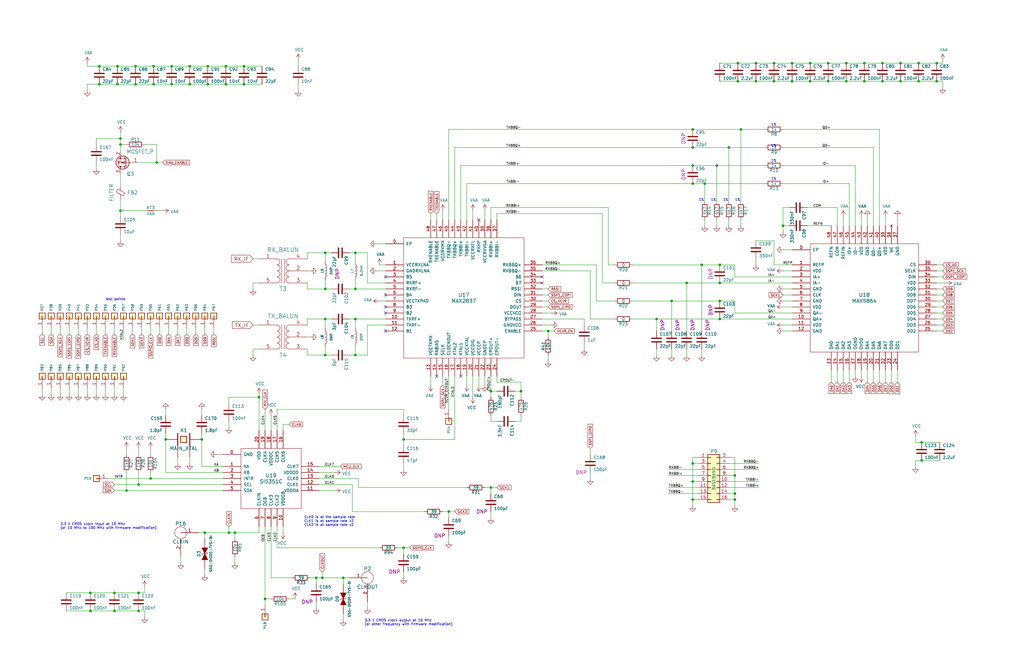
<source format=kicad_sch>
(kicad_sch (version 20211123) (generator eeschema)
  (paper "User" 431.8 279.4)
  (title_block (title "${TITLE}") (date "${DATE}") (rev "${VERSION}") (company "${COPYRIGHT}") (comment 1 "${LICENSE}"))
  (junction (at 80.01 27.94))
  (junction (at 292.1 62.23))
  (junction (at 96.52 224.79))
  (junction (at 53.34 207.01))
  (junction (at 334.01 34.29))
  (junction (at 326.39 26.67))
  (junction (at 80.01 35.56))
  (junction (at 137.16 106.68))
  (junction (at 207.01 165.1))
  (junction (at 341.63 26.67))
  (junction (at 149.86 106.68))
  (junction (at 149.86 121.92))
  (junction (at 303.53 134.62))
  (junction (at 341.63 34.29))
  (junction (at 388.62 186.69))
  (junction (at 58.42 204.47))
  (junction (at 312.42 54.61))
  (junction (at 48.26 250.19))
  (junction (at 149.86 149.86))
  (junction (at 207.01 205.74))
  (junction (at 95.25 35.56))
  (junction (at 311.15 34.29))
  (junction (at 388.62 194.31))
  (junction (at 379.73 34.29))
  (junction (at 364.49 26.67))
  (junction (at 276.86 134.62))
  (junction (at 86.36 224.79))
  (junction (at 307.34 62.23))
  (junction (at 379.73 26.67))
  (junction (at 283.21 127))
  (junction (at 356.87 26.67))
  (junction (at 111.76 252.73))
  (junction (at 137.16 134.62))
  (junction (at 58.42 250.19))
  (junction (at 135.89 243.84))
  (junction (at 57.15 27.94))
  (junction (at 334.01 26.67))
  (junction (at 133.35 243.84))
  (junction (at 137.16 149.86))
  (junction (at 292.1 210.82))
  (junction (at 38.1 257.81))
  (junction (at 326.39 34.29))
  (junction (at 49.53 35.56))
  (junction (at 102.87 27.94))
  (junction (at 292.1 69.85))
  (junction (at 137.16 121.92))
  (junction (at 149.86 134.62))
  (junction (at 58.42 257.81))
  (junction (at 289.56 119.38))
  (junction (at 41.91 35.56))
  (junction (at 38.1 250.19))
  (junction (at 364.49 34.29))
  (junction (at 311.15 26.67))
  (junction (at 63.5 201.93))
  (junction (at 41.91 27.94))
  (junction (at 87.63 35.56))
  (junction (at 69.85 185.42))
  (junction (at 292.1 203.2))
  (junction (at 95.25 27.94))
  (junction (at 297.18 77.47))
  (junction (at 72.39 27.94))
  (junction (at 64.77 35.56))
  (junction (at 309.88 208.28))
  (junction (at 303.53 119.38))
  (junction (at 50.8 58.42))
  (junction (at 170.18 185.42))
  (junction (at 144.78 243.84))
  (junction (at 292.1 195.58))
  (junction (at 330.2 95.25))
  (junction (at 87.63 27.94))
  (junction (at 189.23 215.9))
  (junction (at 102.87 35.56))
  (junction (at 64.77 27.94))
  (junction (at 318.77 26.67))
  (junction (at 57.15 35.56))
  (junction (at 85.09 185.42))
  (junction (at 292.1 54.61))
  (junction (at 50.8 60.96))
  (junction (at 292.1 77.47))
  (junction (at 219.71 165.1))
  (junction (at 372.11 34.29))
  (junction (at 387.35 26.67))
  (junction (at 318.77 34.29))
  (junction (at 394.97 26.67))
  (junction (at 356.87 34.29))
  (junction (at 295.91 111.76))
  (junction (at 303.53 127))
  (junction (at 302.26 69.85))
  (junction (at 303.53 111.76))
  (junction (at 109.22 167.64))
  (junction (at 372.11 26.67))
  (junction (at 170.18 231.14))
  (junction (at 394.97 34.29))
  (junction (at 49.53 27.94))
  (junction (at 50.8 88.9))
  (junction (at 99.06 224.79))
  (junction (at 387.35 34.29))
  (junction (at 349.25 34.29))
  (junction (at 309.88 210.82))
  (junction (at 231.14 139.7))
  (junction (at 72.39 35.56))
  (junction (at 309.88 200.66))
  (junction (at 48.26 257.81))
  (junction (at 349.25 26.67))
  (junction (at 66.04 68.58))
  (no_connect (at 162.56 124.46))
  (no_connect (at 201.93 92.71))
  (no_connect (at 184.15 158.75))
  (no_connect (at 194.31 158.75))
  (no_connect (at 228.6 119.38))
  (no_connect (at 162.56 132.08))
  (no_connect (at 162.56 116.84))
  (no_connect (at 162.56 139.7))
  (no_connect (at 162.56 129.54))
  (no_connect (at 228.6 116.84))
  (wire (pts (xy 58.42 204.47) (xy 93.98 204.47)))
  (wire (pts (xy 326.39 26.67) (xy 334.01 26.67)))
  (wire (pts (xy 119.38 179.07) (xy 121.92 179.07)))
  (wire (pts (xy 302.26 69.85) (xy 302.26 85.09)))
  (wire (pts (xy 326.39 34.29) (xy 334.01 34.29)))
  (wire (pts (xy 318.77 111.76) (xy 318.77 109.22)))
  (wire (pts (xy 394.97 114.3) (xy 397.51 114.3)))
  (wire (pts (xy 21.59 163.83) (xy 21.59 166.37)))
  (wire (pts (xy 353.06 161.29) (xy 353.06 156.21)))
  (wire (pts (xy 254 119.38) (xy 259.08 119.38)))
  (wire (pts (xy 40.64 58.42) (xy 50.8 58.42)))
  (wire (pts (xy 72.39 35.56) (xy 80.01 35.56)))
  (wire (pts (xy 365.76 156.21) (xy 365.76 161.29)))
  (wire (pts (xy 134.62 204.47) (xy 148.59 204.47)))
  (wire (pts (xy 294.64 193.04) (xy 292.1 193.04)))
  (wire (pts (xy 294.64 210.82) (xy 292.1 210.82)))
  (wire (pts (xy 50.8 60.96) (xy 53.34 60.96)))
  (wire (pts (xy 63.5 199.39) (xy 63.5 201.93)))
  (wire (pts (xy 58.42 189.23) (xy 58.42 191.77)))
  (wire (pts (xy 48.26 204.47) (xy 58.42 204.47)))
  (wire (pts (xy 349.25 34.29) (xy 356.87 34.29)))
  (wire (pts (xy 326.39 111.76) (xy 326.39 101.6)))
  (wire (pts (xy 302.26 92.71) (xy 302.26 95.25)))
  (wire (pts (xy 326.39 101.6) (xy 318.77 101.6)))
  (wire (pts (xy 303.53 119.38) (xy 334.01 119.38)))
  (wire (pts (xy 394.97 134.62) (xy 397.51 134.62)))
  (wire (pts (xy 388.62 194.31) (xy 396.24 194.31)))
  (wire (pts (xy 330.2 105.41) (xy 334.01 105.41)))
  (wire (pts (xy 140.97 199.39) (xy 134.62 199.39)))
  (wire (pts (xy 86.36 227.33) (xy 86.36 224.79)))
  (wire (pts (xy 109.22 109.22) (xy 106.68 109.22)))
  (wire (pts (xy 52.07 163.83) (xy 52.07 166.37)))
  (wire (pts (xy 36.83 163.83) (xy 36.83 166.37)))
  (wire (pts (xy 266.7 119.38) (xy 289.56 119.38)))
  (wire (pts (xy 194.31 69.85) (xy 292.1 69.85)))
  (wire (pts (xy 40.64 71.12) (xy 40.64 68.58)))
  (wire (pts (xy 36.83 138.43) (xy 36.83 140.97)))
  (wire (pts (xy 38.1 257.81) (xy 48.26 257.81)))
  (wire (pts (xy 312.42 54.61) (xy 312.42 85.09)))
  (wire (pts (xy 373.38 156.21) (xy 373.38 161.29)))
  (wire (pts (xy 21.59 138.43) (xy 21.59 140.97)))
  (wire (pts (xy 302.26 69.85) (xy 322.58 69.85)))
  (wire (pts (xy 207.01 165.1) (xy 207.01 167.64)))
  (wire (pts (xy 41.91 27.94) (xy 49.53 27.94)))
  (wire (pts (xy 204.47 158.75) (xy 204.47 162.56)))
  (wire (pts (xy 292.1 210.82) (xy 292.1 213.36)))
  (wire (pts (xy 350.52 156.21) (xy 350.52 161.29)))
  (wire (pts (xy 289.56 119.38) (xy 289.56 139.7)))
  (wire (pts (xy 231.14 142.24) (xy 231.14 139.7)))
  (wire (pts (xy 74.93 138.43) (xy 74.93 140.97)))
  (wire (pts (xy 99.06 224.79) (xy 99.06 227.33)))
  (wire (pts (xy 219.71 177.8) (xy 219.71 175.26)))
  (wire (pts (xy 147.32 106.68) (xy 149.86 106.68)))
  (wire (pts (xy 80.01 27.94) (xy 87.63 27.94)))
  (wire (pts (xy 281.94 208.28) (xy 294.64 208.28)))
  (wire (pts (xy 207.01 218.44) (xy 207.01 215.9)))
  (wire (pts (xy 209.55 161.29) (xy 209.55 158.75)))
  (wire (pts (xy 394.97 116.84) (xy 397.51 116.84)))
  (wire (pts (xy 40.64 138.43) (xy 40.64 140.97)))
  (wire (pts (xy 297.18 77.47) (xy 322.58 77.47)))
  (wire (pts (xy 360.68 69.85) (xy 330.2 69.85)))
  (wire (pts (xy 379.73 34.29) (xy 387.35 34.29)))
  (wire (pts (xy 129.54 106.68) (xy 129.54 109.22)))
  (wire (pts (xy 129.54 149.86) (xy 137.16 149.86)))
  (wire (pts (xy 90.17 138.43) (xy 90.17 140.97)))
  (wire (pts (xy 318.77 34.29) (xy 326.39 34.29)))
  (wire (pts (xy 154.94 149.86) (xy 154.94 137.16)))
  (wire (pts (xy 330.2 129.54) (xy 334.01 129.54)))
  (wire (pts (xy 48.26 250.19) (xy 58.42 250.19)))
  (wire (pts (xy 50.8 83.82) (xy 50.8 88.9)))
  (wire (pts (xy 60.96 88.9) (xy 50.8 88.9)))
  (wire (pts (xy 135.89 241.3) (xy 135.89 243.84)))
  (wire (pts (xy 95.25 35.56) (xy 102.87 35.56)))
  (wire (pts (xy 76.2 234.95) (xy 76.2 237.49)))
  (wire (pts (xy 292.1 195.58) (xy 292.1 203.2)))
  (wire (pts (xy 96.52 170.18) (xy 96.52 167.64)))
  (wire (pts (xy 85.09 182.88) (xy 85.09 185.42)))
  (wire (pts (xy 320.04 198.12) (xy 307.34 198.12)))
  (wire (pts (xy 114.3 243.84) (xy 123.19 243.84)))
  (wire (pts (xy 266.7 127) (xy 283.21 127)))
  (wire (pts (xy 29.21 163.83) (xy 29.21 166.37)))
  (wire (pts (xy 40.64 163.83) (xy 40.64 166.37)))
  (wire (pts (xy 147.32 149.86) (xy 149.86 149.86)))
  (wire (pts (xy 207.01 158.75) (xy 207.01 165.1)))
  (wire (pts (xy 58.42 68.58) (xy 66.04 68.58)))
  (wire (pts (xy 370.84 95.25) (xy 370.84 54.61)))
  (wire (pts (xy 248.92 191.77) (xy 248.92 189.23)))
  (wire (pts (xy 320.04 205.74) (xy 307.34 205.74)))
  (wire (pts (xy 50.8 60.96) (xy 50.8 63.5)))
  (wire (pts (xy 386.08 196.85) (xy 386.08 194.31)))
  (wire (pts (xy 360.68 95.25) (xy 360.68 69.85)))
  (wire (pts (xy 109.22 167.64) (xy 109.22 181.61)))
  (wire (pts (xy 49.53 27.94) (xy 57.15 27.94)))
  (wire (pts (xy 246.38 134.62) (xy 246.38 137.16)))
  (wire (pts (xy 387.35 34.29) (xy 394.97 34.29)))
  (wire (pts (xy 379.73 26.67) (xy 387.35 26.67)))
  (wire (pts (xy 189.23 226.06) (xy 189.23 228.6)))
  (wire (pts (xy 334.01 111.76) (xy 326.39 111.76)))
  (wire (pts (xy 48.26 207.01) (xy 53.34 207.01)))
  (wire (pts (xy 33.02 163.83) (xy 33.02 166.37)))
  (wire (pts (xy 137.16 134.62) (xy 137.16 138.43)))
  (wire (pts (xy 48.26 257.81) (xy 58.42 257.81)))
  (wire (pts (xy 209.55 90.17) (xy 254 90.17)))
  (wire (pts (xy 289.56 119.38) (xy 303.53 119.38)))
  (wire (pts (xy 199.39 158.75) (xy 199.39 167.64)))
  (wire (pts (xy 248.92 114.3) (xy 248.92 134.62)))
  (wire (pts (xy 87.63 35.56) (xy 95.25 35.56)))
  (wire (pts (xy 137.16 106.68) (xy 139.7 106.68)))
  (wire (pts (xy 129.54 121.92) (xy 137.16 121.92)))
  (wire (pts (xy 58.42 199.39) (xy 58.42 204.47)))
  (wire (pts (xy 276.86 147.32) (xy 276.86 149.86)))
  (wire (pts (xy 194.31 92.71) (xy 194.31 69.85)))
  (wire (pts (xy 207.01 175.26) (xy 207.01 177.8)))
  (wire (pts (xy 256.54 111.76) (xy 259.08 111.76)))
  (wire (pts (xy 119.38 181.61) (xy 119.38 179.07)))
  (wire (pts (xy 311.15 26.67) (xy 318.77 26.67)))
  (wire (pts (xy 303.53 127) (xy 309.88 127)))
  (wire (pts (xy 36.83 35.56) (xy 36.83 38.1)))
  (wire (pts (xy 96.52 224.79) (xy 96.52 222.25)))
  (wire (pts (xy 209.55 90.17) (xy 209.55 92.71)))
  (wire (pts (xy 33.02 138.43) (xy 33.02 140.97)))
  (wire (pts (xy 309.88 111.76) (xy 309.88 116.84)))
  (wire (pts (xy 320.04 203.2) (xy 307.34 203.2)))
  (wire (pts (xy 248.92 201.93) (xy 248.92 199.39)))
  (wire (pts (xy 116.84 231.14) (xy 160.02 231.14)))
  (wire (pts (xy 320.04 195.58) (xy 307.34 195.58)))
  (wire (pts (xy 129.54 106.68) (xy 137.16 106.68)))
  (wire (pts (xy 207.01 87.63) (xy 207.01 92.71)))
  (wire (pts (xy 283.21 127) (xy 303.53 127)))
  (wire (pts (xy 109.22 224.79) (xy 109.22 222.25)))
  (wire (pts (xy 364.49 34.29) (xy 372.11 34.29)))
  (wire (pts (xy 294.64 195.58) (xy 292.1 195.58)))
  (wire (pts (xy 191.77 62.23) (xy 292.1 62.23)))
  (wire (pts (xy 63.5 140.97) (xy 63.5 138.43)))
  (wire (pts (xy 231.14 139.7) (xy 233.68 139.7)))
  (wire (pts (xy 85.09 196.85) (xy 93.98 196.85)))
  (wire (pts (xy 228.6 124.46) (xy 231.14 124.46)))
  (wire (pts (xy 228.6 129.54) (xy 231.14 129.54)))
  (wire (pts (xy 303.53 134.62) (xy 334.01 134.62)))
  (wire (pts (xy 170.18 175.26) (xy 170.18 172.72)))
  (wire (pts (xy 125.73 25.4) (xy 125.73 27.94)))
  (wire (pts (xy 137.16 146.05) (xy 137.16 149.86)))
  (wire (pts (xy 72.39 27.94) (xy 80.01 27.94)))
  (wire (pts (xy 330.2 124.46) (xy 334.01 124.46)))
  (wire (pts (xy 295.91 147.32) (xy 295.91 149.86)))
  (wire (pts (xy 363.22 158.75) (xy 363.22 156.21)))
  (wire (pts (xy 149.86 138.43) (xy 149.86 134.62)))
  (wire (pts (xy 394.97 129.54) (xy 397.51 129.54)))
  (wire (pts (xy 129.54 137.16) (xy 129.54 134.62)))
  (wire (pts (xy 149.86 121.92) (xy 162.56 121.92)))
  (wire (pts (xy 151.13 201.93) (xy 151.13 205.74)))
  (wire (pts (xy 130.81 114.3) (xy 129.54 114.3)))
  (wire (pts (xy 44.45 138.43) (xy 44.45 140.97)))
  (wire (pts (xy 60.96 257.81) (xy 60.96 260.35)))
  (wire (pts (xy 309.88 127) (xy 309.88 132.08)))
  (wire (pts (xy 281.94 200.66) (xy 294.64 200.66)))
  (wire (pts (xy 133.35 243.84) (xy 135.89 243.84)))
  (wire (pts (xy 36.83 27.94) (xy 41.91 27.94)))
  (wire (pts (xy 297.18 95.25) (xy 297.18 92.71)))
  (wire (pts (xy 373.38 91.44) (xy 373.38 95.25)))
  (wire (pts (xy 50.8 73.66) (xy 50.8 78.74)))
  (wire (pts (xy 58.42 250.19) (xy 60.96 250.19)))
  (wire (pts (xy 368.3 62.23) (xy 330.2 62.23)))
  (wire (pts (xy 231.14 152.4) (xy 231.14 149.86)))
  (wire (pts (xy 154.94 106.68) (xy 154.94 119.38)))
  (wire (pts (xy 181.61 162.56) (xy 181.61 158.75)))
  (wire (pts (xy 50.8 101.6) (xy 50.8 99.06)))
  (wire (pts (xy 228.6 114.3) (xy 248.92 114.3)))
  (wire (pts (xy 204.47 205.74) (xy 207.01 205.74)))
  (wire (pts (xy 199.39 88.9) (xy 199.39 92.71)))
  (wire (pts (xy 356.87 26.67) (xy 364.49 26.67)))
  (wire (pts (xy 109.22 166.37) (xy 109.22 167.64)))
  (wire (pts (xy 170.18 198.12) (xy 170.18 195.58)))
  (wire (pts (xy 137.16 149.86) (xy 139.7 149.86)))
  (wire (pts (xy 186.69 158.75) (xy 186.69 162.56)))
  (wire (pts (xy 386.08 194.31) (xy 388.62 194.31)))
  (wire (pts (xy 349.25 26.67) (xy 356.87 26.67)))
  (wire (pts (xy 394.97 139.7) (xy 397.51 139.7)))
  (wire (pts (xy 355.6 91.44) (xy 355.6 95.25)))
  (wire (pts (xy 232.41 132.08) (xy 228.6 132.08)))
  (wire (pts (xy 69.85 199.39) (xy 93.98 199.39)))
  (wire (pts (xy 134.62 201.93) (xy 151.13 201.93)))
  (wire (pts (xy 116.84 231.14) (xy 116.84 222.25)))
  (wire (pts (xy 186.69 215.9) (xy 189.23 215.9)))
  (wire (pts (xy 330.2 95.25) (xy 330.2 97.79)))
  (wire (pts (xy 283.21 139.7) (xy 283.21 127)))
  (wire (pts (xy 219.71 161.29) (xy 209.55 161.29)))
  (wire (pts (xy 149.86 146.05) (xy 149.86 149.86)))
  (wire (pts (xy 387.35 26.67) (xy 394.97 26.67)))
  (wire (pts (xy 309.88 132.08) (xy 334.01 132.08)))
  (wire (pts (xy 251.46 111.76) (xy 251.46 127)))
  (wire (pts (xy 289.56 147.32) (xy 289.56 149.86)))
  (wire (pts (xy 96.52 224.79) (xy 99.06 224.79)))
  (wire (pts (xy 246.38 147.32) (xy 246.38 144.78)))
  (wire (pts (xy 201.93 158.75) (xy 201.93 162.56)))
  (wire (pts (xy 102.87 27.94) (xy 110.49 27.94)))
  (wire (pts (xy 394.97 137.16) (xy 397.51 137.16)))
  (wire (pts (xy 307.34 92.71) (xy 307.34 95.25)))
  (wire (pts (xy 295.91 111.76) (xy 303.53 111.76)))
  (wire (pts (xy 74.93 195.58) (xy 74.93 193.04)))
  (wire (pts (xy 170.18 172.72) (xy 116.84 172.72)))
  (wire (pts (xy 63.5 189.23) (xy 63.5 191.77)))
  (wire (pts (xy 48.26 140.97) (xy 48.26 138.43)))
  (wire (pts (xy 191.77 158.75) (xy 191.77 185.42)))
  (wire (pts (xy 106.68 137.16) (xy 109.22 137.16)))
  (wire (pts (xy 303.53 26.67) (xy 311.15 26.67)))
  (wire (pts (xy 356.87 34.29) (xy 364.49 34.29)))
  (wire (pts (xy 307.34 208.28) (xy 309.88 208.28)))
  (wire (pts (xy 170.18 231.14) (xy 172.72 231.14)))
  (wire (pts (xy 50.8 88.9) (xy 50.8 91.44)))
  (wire (pts (xy 368.3 156.21) (xy 368.3 161.29)))
  (wire (pts (xy 160.02 127) (xy 162.56 127)))
  (wire (pts (xy 219.71 165.1) (xy 217.17 165.1)))
  (wire (pts (xy 196.85 77.47) (xy 292.1 77.47)))
  (wire (pts (xy 341.63 34.29) (xy 349.25 34.29)))
  (wire (pts (xy 309.88 208.28) (xy 309.88 210.82)))
  (wire (pts (xy 129.54 147.32) (xy 129.54 149.86)))
  (wire (pts (xy 189.23 215.9) (xy 189.23 218.44)))
  (wire (pts (xy 330.2 87.63) (xy 330.2 95.25)))
  (wire (pts (xy 125.73 35.56) (xy 125.73 38.1)))
  (wire (pts (xy 149.86 106.68) (xy 149.86 110.49)))
  (wire (pts (xy 196.85 92.71) (xy 196.85 77.47)))
  (wire (pts (xy 292.1 193.04) (xy 292.1 195.58)))
  (wire (pts (xy 181.61 90.17) (xy 181.61 92.71)))
  (wire (pts (xy 102.87 35.56) (xy 110.49 35.56)))
  (wire (pts (xy 283.21 147.32) (xy 283.21 149.86)))
  (wire (pts (xy 96.52 180.34) (xy 96.52 177.8)))
  (wire (pts (xy 170.18 182.88) (xy 170.18 185.42)))
  (wire (pts (xy 119.38 224.79) (xy 119.38 222.25)))
  (wire (pts (xy 99.06 234.95) (xy 99.06 237.49)))
  (wire (pts (xy 189.23 172.72) (xy 189.23 158.75)))
  (wire (pts (xy 71.12 140.97) (xy 71.12 138.43)))
  (wire (pts (xy 266.7 134.62) (xy 276.86 134.62)))
  (wire (pts (xy 394.97 132.08) (xy 397.51 132.08)))
  (wire (pts (xy 394.97 124.46) (xy 397.51 124.46)))
  (wire (pts (xy 254 90.17) (xy 254 119.38)))
  (wire (pts (xy 137.16 118.11) (xy 137.16 121.92)))
  (wire (pts (xy 378.46 156.21) (xy 378.46 161.29)))
  (wire (pts (xy 27.94 250.19) (xy 38.1 250.19)))
  (wire (pts (xy 358.14 77.47) (xy 358.14 95.25)))
  (wire (pts (xy 95.25 27.94) (xy 102.87 27.94)))
  (wire (pts (xy 69.85 185.42) (xy 69.85 199.39)))
  (wire (pts (xy 160.02 111.76) (xy 162.56 111.76)))
  (wire (pts (xy 353.06 87.63) (xy 340.36 87.63)))
  (wire (pts (xy 294.64 203.2) (xy 292.1 203.2)))
  (wire (pts (xy 191.77 92.71) (xy 191.77 62.23)))
  (wire (pts (xy 99.06 224.79) (xy 109.22 224.79)))
  (wire (pts (xy 111.76 172.72) (xy 111.76 181.61)))
  (wire (pts (xy 41.91 35.56) (xy 49.53 35.56)))
  (wire (pts (xy 378.46 91.44) (xy 378.46 95.25)))
  (wire (pts (xy 358.14 161.29) (xy 358.14 156.21)))
  (wire (pts (xy 309.88 200.66) (xy 309.88 208.28)))
  (wire (pts (xy 137.16 110.49) (xy 137.16 106.68)))
  (wire (pts (xy 209.55 165.1) (xy 207.01 165.1)))
  (wire (pts (xy 330.2 121.92) (xy 334.01 121.92)))
  (wire (pts (xy 158.75 102.87) (xy 162.56 102.87)))
  (wire (pts (xy 167.64 231.14) (xy 170.18 231.14)))
  (wire (pts (xy 394.97 26.67) (xy 397.51 26.67)))
  (wire (pts (xy 38.1 250.19) (xy 48.26 250.19)))
  (wire (pts (xy 149.86 149.86) (xy 154.94 149.86)))
  (wire (pts (xy 189.23 54.61) (xy 292.1 54.61)))
  (wire (pts (xy 217.17 177.8) (xy 219.71 177.8)))
  (wire (pts (xy 53.34 207.01) (xy 93.98 207.01)))
  (wire (pts (xy 388.62 186.69) (xy 396.24 186.69)))
  (wire (pts (xy 370.84 156.21) (xy 370.84 161.29)))
  (wire (pts (xy 332.74 87.63) (xy 330.2 87.63)))
  (wire (pts (xy 130.81 142.24) (xy 129.54 142.24)))
  (wire (pts (xy 154.94 137.16) (xy 162.56 137.16)))
  (wire (pts (xy 50.8 55.88) (xy 50.8 58.42)))
  (wire (pts (xy 58.42 257.81) (xy 60.96 257.81)))
  (wire (pts (xy 144.78 246.38) (xy 144.78 243.84)))
  (wire (pts (xy 147.32 121.92) (xy 149.86 121.92)))
  (wire (pts (xy 228.6 139.7) (xy 231.14 139.7)))
  (wire (pts (xy 303.53 111.76) (xy 309.88 111.76)))
  (wire (pts (xy 109.22 147.32) (xy 106.68 147.32)))
  (wire (pts (xy 397.51 34.29) (xy 397.51 36.83)))
  (wire (pts (xy 330.2 137.16) (xy 334.01 137.16)))
  (wire (pts (xy 307.34 62.23) (xy 322.58 62.23)))
  (wire (pts (xy 149.86 134.62) (xy 162.56 134.62)))
  (wire (pts (xy 66.04 60.96) (xy 66.04 68.58)))
  (wire (pts (xy 116.84 172.72) (xy 116.84 181.61)))
  (wire (pts (xy 311.15 34.29) (xy 318.77 34.29)))
  (wire (pts (xy 309.88 116.84) (xy 334.01 116.84)))
  (wire (pts (xy 386.08 186.69) (xy 388.62 186.69)))
  (wire (pts (xy 248.92 134.62) (xy 259.08 134.62)))
  (wire (pts (xy 114.3 222.25) (xy 114.3 243.84)))
  (wire (pts (xy 370.84 54.61) (xy 330.2 54.61)))
  (wire (pts (xy 17.78 163.83) (xy 17.78 166.37)))
  (wire (pts (xy 341.63 26.67) (xy 349.25 26.67)))
  (wire (pts (xy 154.94 119.38) (xy 162.56 119.38)))
  (wire (pts (xy 256.54 87.63) (xy 256.54 111.76)))
  (wire (pts (xy 45.72 201.93) (xy 63.5 201.93)))
  (wire (pts (xy 144.78 261.62) (xy 144.78 259.08)))
  (wire (pts (xy 397.51 26.67) (xy 397.51 25.4)))
  (wire (pts (xy 309.88 210.82) (xy 309.88 213.36)))
  (wire (pts (xy 186.69 88.9) (xy 186.69 92.71)))
  (wire (pts (xy 55.88 138.43) (xy 55.88 140.97)))
  (wire (pts (xy 149.86 118.11) (xy 149.86 121.92)))
  (wire (pts (xy 358.14 77.47) (xy 330.2 77.47)))
  (wire (pts (xy 281.94 205.74) (xy 294.64 205.74)))
  (wire (pts (xy 86.36 140.97) (xy 86.36 138.43)))
  (wire (pts (xy 276.86 134.62) (xy 276.86 139.7)))
  (wire (pts (xy 130.81 243.84) (xy 133.35 243.84)))
  (wire (pts (xy 147.32 134.62) (xy 149.86 134.62)))
  (wire (pts (xy 292.1 77.47) (xy 297.18 77.47)))
  (wire (pts (xy 207.01 205.74) (xy 209.55 205.74)))
  (wire (pts (xy 292.1 54.61) (xy 312.42 54.61)))
  (wire (pts (xy 121.92 252.73) (xy 124.46 252.73)))
  (wire (pts (xy 334.01 26.67) (xy 341.63 26.67)))
  (wire (pts (xy 340.36 95.25) (xy 350.52 95.25)))
  (wire (pts (xy 154.94 254) (xy 154.94 256.54)))
  (wire (pts (xy 332.74 95.25) (xy 330.2 95.25)))
  (wire (pts (xy 44.45 163.83) (xy 44.45 166.37)))
  (wire (pts (xy 292.1 62.23) (xy 307.34 62.23)))
  (wire (pts (xy 87.63 27.94) (xy 95.25 27.94)))
  (wire (pts (xy 303.53 34.29) (xy 311.15 34.29)))
  (wire (pts (xy 394.97 127) (xy 397.51 127)))
  (wire (pts (xy 59.69 138.43) (xy 59.69 140.97)))
  (wire (pts (xy 82.55 140.97) (xy 82.55 138.43)))
  (wire (pts (xy 372.11 34.29) (xy 379.73 34.29)))
  (wire (pts (xy 228.6 111.76) (xy 251.46 111.76)))
  (wire (pts (xy 207.01 177.8) (xy 209.55 177.8)))
  (wire (pts (xy 69.85 175.26) (xy 69.85 172.72)))
  (wire (pts (xy 360.68 158.75) (xy 360.68 156.21)))
  (wire (pts (xy 276.86 134.62) (xy 303.53 134.62)))
  (wire (pts (xy 219.71 161.29) (xy 219.71 165.1)))
  (wire (pts (xy 251.46 127) (xy 259.08 127)))
  (wire (pts (xy 228.6 134.62) (xy 246.38 134.62)))
  (wire (pts (xy 148.59 204.47) (xy 148.59 215.9)))
  (wire (pts (xy 297.18 77.47) (xy 297.18 85.09)))
  (wire (pts (xy 135.89 243.84) (xy 144.78 243.84)))
  (wire (pts (xy 53.34 189.23) (xy 53.34 191.77)))
  (wire (pts (xy 330.2 114.3) (xy 334.01 114.3)))
  (wire (pts (xy 184.15 92.71) (xy 184.15 90.17)))
  (wire (pts (xy 189.23 215.9) (xy 191.77 215.9)))
  (wire (pts (xy 85.09 185.42) (xy 85.09 196.85)))
  (wire (pts (xy 66.04 68.58) (xy 68.58 68.58)))
  (wire (pts (xy 330.2 127) (xy 334.01 127)))
  (wire (pts (xy 363.22 91.44) (xy 363.22 95.25)))
  (wire (pts (xy 27.94 257.81) (xy 38.1 257.81)))
  (wire (pts (xy 80.01 35.56) (xy 87.63 35.56)))
  (wire (pts (xy 204.47 88.9) (xy 204.47 92.71)))
  (wire (pts (xy 63.5 201.93) (xy 93.98 201.93)))
  (wire (pts (xy 330.2 139.7) (xy 334.01 139.7)))
  (wire (pts (xy 133.35 243.84) (xy 133.35 246.38)))
  (wire (pts (xy 148.59 215.9) (xy 179.07 215.9)))
  (wire (pts (xy 375.92 156.21) (xy 375.92 161.29)))
  (wire (pts (xy 129.54 134.62) (xy 137.16 134.62)))
  (wire (pts (xy 48.26 163.83) (xy 48.26 166.37)))
  (wire (pts (xy 364.49 26.67) (xy 372.11 26.67)))
  (wire (pts (xy 106.68 121.92) (xy 106.68 119.38)))
  (wire (pts (xy 96.52 167.64) (xy 109.22 167.64)))
  (wire (pts (xy 170.18 231.14) (xy 170.18 233.68)))
  (wire (pts (xy 17.78 138.43) (xy 17.78 140.97)))
  (wire (pts (xy 66.04 88.9) (xy 68.58 88.9)))
  (wire (pts (xy 158.75 114.3) (xy 162.56 114.3)))
  (wire (pts (xy 69.85 182.88) (xy 69.85 185.42)))
  (wire (pts (xy 398.78 119.38) (xy 394.97 119.38)))
  (wire (pts (xy 57.15 27.94) (xy 64.77 27.94)))
  (wire (pts (xy 67.31 138.43) (xy 67.31 140.97)))
  (wire (pts (xy 394.97 121.92) (xy 397.51 121.92)))
  (wire (pts (xy 372.11 26.67) (xy 379.73 26.67)))
  (wire (pts (xy 355.6 156.21) (xy 355.6 161.29)))
  (wire (pts (xy 196.85 158.75) (xy 196.85 162.56)))
  (wire (pts (xy 114.3 252.73) (xy 111.76 252.73)))
  (wire (pts (xy 86.36 242.57) (xy 86.36 240.03)))
  (wire (pts (xy 149.86 106.68) (xy 154.94 106.68)))
  (wire (pts (xy 129.54 119.38) (xy 129.54 121.92)))
  (wire (pts (xy 78.74 138.43) (xy 78.74 140.97)))
  (wire (pts (xy 29.21 138.43) (xy 29.21 140.97)))
  (wire (pts (xy 137.16 134.62) (xy 139.7 134.62)))
  (wire (pts (xy 64.77 27.94) (xy 72.39 27.94)))
  (wire (pts (xy 365.76 91.44) (xy 365.76 95.25)))
  (wire (pts (xy 170.18 185.42) (xy 170.18 187.96)))
  (wire (pts (xy 143.51 196.85) (xy 134.62 196.85)))
  (wire (pts (xy 57.15 35.56) (xy 64.77 35.56)))
  (wire (pts (xy 307.34 193.04) (xy 309.88 193.04)))
  (wire (pts (xy 25.4 163.83) (xy 25.4 166.37)))
  (wire (pts (xy 368.3 62.23) (xy 368.3 95.25)))
  (wire (pts (xy 64.77 35.56) (xy 72.39 35.56)))
  (wire (pts (xy 191.77 185.42) (xy 170.18 185.42)))
  (wire (pts (xy 151.13 205.74) (xy 196.85 205.74)))
  (wire (pts (xy 25.4 138.43) (xy 25.4 140.97)))
  (wire (pts (xy 40.64 60.96) (xy 40.64 58.42)))
  (wire (pts (xy 266.7 111.76) (xy 295.91 111.76)))
  (wire (pts (xy 49.53 35.56) (xy 57.15 35.56)))
  (wire (pts (xy 106.68 119.38) (xy 109.22 119.38)))
  (wire (pts (xy 394.97 34.29) (xy 397.51 34.29)))
  (wire (pts (xy 318.77 26.67) (xy 326.39 26.67)))
  (wire (pts (xy 386.08 184.15) (xy 386.08 186.69)))
  (wire (pts (xy 86.36 224.79) (xy 96.52 224.79)))
  (wire (pts (xy 50.8 58.42) (xy 50.8 60.96)))
  (wire (pts (xy 53.34 199.39) (xy 53.34 207.01)))
  (wire (pts (xy 228.6 121.92) (xy 231.14 121.92)))
  (wire (pts (xy 170.18 241.3) (xy 170.18 243.84)))
  (wire (pts (xy 281.94 198.12) (xy 294.64 198.12)))
  (wire (pts (xy 312.42 54.61) (xy 322.58 54.61)))
  (wire (pts (xy 114.3 175.26) (xy 114.3 181.61)))
  (wire (pts (xy 307.34 210.82) (xy 309.88 210.82)))
  (wire (pts (xy 52.07 138.43) (xy 52.07 143.51)))
  (wire (pts (xy 307.34 62.23) (xy 307.34 85.09)))
  (wire (pts (xy 85.09 172.72) (xy 85.09 175.26)))
  (wire (pts (xy 334.01 34.29) (xy 341.63 34.29)))
  (wire (pts (xy 394.97 111.76) (xy 397.51 111.76)))
  (wire (pts (xy 111.76 252.73) (xy 111.76 255.27)))
  (wire (pts (xy 189.23 54.61) (xy 189.23 92.71)))
  (wire (pts (xy 36.83 27.94) (xy 36.83 26.67)))
  (wire (pts (xy 140.97 207.01) (xy 134.62 207.01)))
  (wire (pts (xy 292.1 203.2) (xy 292.1 210.82)))
  (wire (pts (xy 295.91 139.7) (xy 295.91 111.76)))
  (wire (pts (xy 228.6 127) (xy 231.14 127)))
  (wire (pts (xy 133.35 254) (xy 133.35 256.54)))
  (wire (pts (xy 36.83 35.56) (xy 41.91 35.56)))
  (wire (pts (xy 219.71 165.1) (xy 219.71 167.64)))
  (wire (pts (xy 80.01 193.04) (xy 80.01 195.58)))
  (wire (pts (xy 137.16 121.92) (xy 139.7 121.92)))
  (wire (pts (xy 60.96 250.19) (xy 60.96 247.65)))
  (wire (pts (xy 144.78 243.84) (xy 147.32 243.84)))
  (wire (pts (xy 207.01 87.63) (xy 256.54 87.63)))
  (wire (pts (xy 91.44 191.77) (xy 93.98 191.77)))
  (wire (pts (xy 83.82 224.79) (xy 86.36 224.79)))
  (wire (pts (xy 207.01 205.74) (xy 207.01 208.28)))
  (wire (pts (xy 111.76 222.25) (xy 111.76 252.73)))
  (wire (pts (xy 292.1 69.85) (xy 302.26 69.85)))
  (wire (pts (xy 60.96 60.96) (xy 66.04 60.96)))
  (wire (pts (xy 307.34 200.66) (xy 309.88 200.66)))
  (wire (pts (xy 309.88 193.04) (xy 309.88 200.66)))
  (wire (pts (xy 232.41 137.16) (xy 228.6 137.16)))
  (wire (pts (xy 312.42 92.71) (xy 312.42 95.25)))
  (wire (pts (xy 106.68 147.32) (xy 106.68 149.86)))
  (wire (pts (xy 353.06 95.25) (xy 353.06 87.63)))
  (text "1%" (at 299.72 85.09 0) (effects (font (size 1.016 1.016)) (justify left bottom)))
  (text "1%" (at 325.12 62.23 0) (effects (font (size 1.016 1.016)) (justify left bottom)))
  (text "1%" (at 325.12 76.2 0) (effects (font (size 1.016 1.016)) (justify left bottom)))
  (text "1%" (at 294.64 85.09 0) (effects (font (size 1.016 1.016)) (justify left bottom)))
  (text "1%" (at 325.12 53.34 0) (effects (font (size 1.016 1.016)) (justify left bottom)))
  (text "3.3 V CMOS clock input at 10 MHz\n(or 10 MHz to 100 MHz with firmware modification)" (at 25.4 223.52 0) (effects (font (size 1.016 1.016)) (justify left bottom)))
  (text "1%" (at 309.88 85.09 0) (effects (font (size 1.016 1.016)) (justify left bottom)))
  (text "CLK0 is at the sample rate\nCLK1 is at sample rate x2\nCLK2 is at sample rate x2" (at 128.27 222.25 0) (effects (font (size 1.016 1.016)) (justify left bottom)))
  (text "1%" (at 304.8 85.09 0) (effects (font (size 1.016 1.016)) (justify left bottom)))
  (text "test points" (at 44.45 127 0) (effects (font (size 1.016 1.016)) (justify left bottom)))
  (text "1%" (at 325.12 68.58 0) (effects (font (size 1.016 1.016)) (justify left bottom)))
  (text "3.3 V CMOS clock output at 10 MHz\n(or other frequency with firmware modification)" (at 153.67 264.16 0) (effects (font (size 1.016 1.016)) (justify left bottom)))
  (label "QD-" (at 346.71 62.23 0) (effects (font (size 1.016 1.016))))
  (label "CPOUT-" (at 210.82 161.29 0) (effects (font (size 1.016 1.016))))
  (label "TXBBQ-" (at 281.94 208.28 0) (effects (font (size 1.016 1.016))))
  (label "CLK3" (at 114.3 228.6 90) (effects (font (size 1.016 1.016))))
  (label "CLK0" (at 140.97 201.93 180) (effects (font (size 1.016 1.016))))
  (label "QD+" (at 346.71 54.61 0) (effects (font (size 1.016 1.016))))
  (label "TXBBQ+" (at 281.94 205.74 0) (effects (font (size 1.016 1.016))))
  (label "TXBBI+" (at 320.04 205.74 180) (effects (font (size 1.016 1.016))))
  (label "COM" (at 342.9 87.63 0) (effects (font (size 1.016 1.016))))
  (label "OEB" (at 111.76 228.6 90) (effects (font (size 1.016 1.016))))
  (label "RXBBQ-" (at 229.87 114.3 0) (effects (font (size 1.016 1.016))))
  (label "CLK2" (at 116.84 228.6 90) (effects (font (size 1.016 1.016))))
  (label "CLK7" (at 140.97 196.85 180) (effects (font (size 1.016 1.016))))
  (label "XTAL2" (at 191.77 167.64 90) (effects (font (size 1.016 1.016))))
  (label "TXBBQ+" (at 213.36 62.23 0) (effects (font (size 1.016 1.016))))
  (label "ID-" (at 346.71 69.85 0) (effects (font (size 1.016 1.016))))
  (label "TXBBI-" (at 320.04 203.2 180) (effects (font (size 1.016 1.016))))
  (label "CPOUT+" (at 207.01 165.1 90) (effects (font (size 1.016 1.016))))
  (label "CLK5" (at 116.84 175.26 270) (effects (font (size 1.016 1.016))))
  (label "TXBBI-" (at 213.36 77.47 0) (effects (font (size 1.016 1.016))))
  (label "REFN" (at 342.9 95.25 0) (effects (font (size 1.016 1.016))))
  (label "XA" (at 90.17 196.85 0) (effects (font (size 1.016 1.016))))
  (label "IA-" (at 323.85 119.38 0) (effects (font (size 1.016 1.016))))
  (label "RXBBI+" (at 281.94 200.66 0) (effects (font (size 1.016 1.016))))
  (label "RXBBQ+" (at 229.87 111.76 0) (effects (font (size 1.016 1.016))))
  (label "XB" (at 90.17 199.39 0) (effects (font (size 1.016 1.016))))
  (label "CLK4" (at 111.76 175.26 270) (effects (font (size 1.016 1.016))))
  (label "QA+" (at 323.85 134.62 0) (effects (font (size 1.016 1.016))))
  (label "INTR" (at 48.26 201.93 0) (effects (font (size 1.016 1.016))))
  (label "CLK1" (at 140.97 204.47 180) (effects (font (size 1.016 1.016))))
  (label "RXBBI-" (at 281.94 198.12 0) (effects (font (size 1.016 1.016))))
  (label "REFP" (at 330.2 111.76 0) (effects (font (size 1.016 1.016))))
  (label "ID+" (at 346.71 77.47 0) (effects (font (size 1.016 1.016))))
  (label "XCVR_CLKOUT" (at 189.23 170.18 90) (effects (font (size 1.016 1.016))))
  (label "IA+" (at 323.85 116.84 0) (effects (font (size 1.016 1.016))))
  (label "RXBBI+" (at 213.36 87.63 0) (effects (font (size 1.016 1.016))))
  (label "RXBBQ-" (at 320.04 195.58 180) (effects (font (size 1.016 1.016))))
  (label "TXBBI+" (at 213.36 69.85 0) (effects (font (size 1.016 1.016))))
  (label "RXBBQ+" (at 320.04 198.12 180) (effects (font (size 1.016 1.016))))
  (label "QA-" (at 323.85 132.08 0) (effects (font (size 1.016 1.016))))
  (label "XTAL2" (at 52.07 143.51 90) (effects (font (size 1.016 1.016))))
  (label "RXBBI-" (at 213.36 90.17 0) (effects (font (size 1.016 1.016))))
  (label "TXBBQ-" (at 213.36 54.61 0) (effects (font (size 1.016 1.016))))
  (global_label "RX_IF" (shape input) (at 106.68 109.22 180) (effects (font (size 1.524 1.524))) (property "Intersheet References" "${INTERSHEET_REFS}" (effects hide)))
  (global_label "SSP1_SCK" (shape input) (at 186.69 162.56 270) (effects (font (size 1.016 1.016))) (property "Intersheet References" "${INTERSHEET_REFS}" (effects hide)))
  (global_label "RXENABLE" (shape input) (at 181.61 90.17 90) (effects (font (size 1.016 1.016))) (property "Intersheet References" "${INTERSHEET_REFS}" (effects hide)))
  (global_label "DA4" (shape input) (at 365.76 161.29 270) (effects (font (size 1.016 1.016))) (property "Intersheet References" "${INTERSHEET_REFS}" (effects hide)))
  (global_label "SSP1_CIPO" (shape input) (at 248.92 189.23 90) (effects (font (size 1.016 1.016))) (property "Intersheet References" "${INTERSHEET_REFS}" (effects hide)))
  (global_label "SGPIO_CLK" (shape input) (at 63.5 140.97 270) (effects (font (size 1.016 1.016))) (property "Intersheet References" "${INTERSHEET_REFS}" (effects hide)))
  (global_label "RSSI" (shape input) (at 231.14 121.92 0) (effects (font (size 1.016 1.016))) (property "Intersheet References" "${INTERSHEET_REFS}" (effects hide)))
  (global_label "GCK2" (shape input) (at 59.69 140.97 270) (effects (font (size 1.016 1.016))) (property "Intersheet References" "${INTERSHEET_REFS}" (effects hide)))
  (global_label "CS_XCVR" (shape input) (at 36.83 140.97 270) (effects (font (size 1.016 1.016))) (property "Intersheet References" "${INTERSHEET_REFS}" (effects hide)))
  (global_label "DD3" (shape input) (at 397.51 137.16 0) (effects (font (size 1.016 1.016))) (property "Intersheet References" "${INTERSHEET_REFS}" (effects hide)))
  (global_label "DA6" (shape input) (at 370.84 161.29 270) (effects (font (size 1.016 1.016))) (property "Intersheet References" "${INTERSHEET_REFS}" (effects hide)))
  (global_label "TXENABLE" (shape input) (at 44.45 140.97 270) (effects (font (size 1.016 1.016))) (property "Intersheet References" "${INTERSHEET_REFS}" (effects hide)))
  (global_label "DD5" (shape input) (at 397.51 132.08 0) (effects (font (size 1.016 1.016))) (property "Intersheet References" "${INTERSHEET_REFS}" (effects hide)))
  (global_label "SCL" (shape input) (at 48.26 204.47 180) (effects (font (size 1.016 1.016))) (property "Intersheet References" "${INTERSHEET_REFS}" (effects hide)))
  (global_label "XCVR_EN" (shape input) (at 233.68 139.7 0) (effects (font (size 1.016 1.016))) (property "Intersheet References" "${INTERSHEET_REFS}" (effects hide)))
  (global_label "MIX_CLK" (shape input) (at 111.76 172.72 90) (effects (font (size 1.016 1.016))) (property "Intersheet References" "${INTERSHEET_REFS}" (effects hide)))
  (global_label "DD8" (shape input) (at 397.51 124.46 0) (effects (font (size 1.016 1.016))) (property "Intersheet References" "${INTERSHEET_REFS}" (effects hide)))
  (global_label "SSP1_COPI" (shape input) (at 397.51 116.84 0) (effects (font (size 1.016 1.016))) (property "Intersheet References" "${INTERSHEET_REFS}" (effects hide)))
  (global_label "SDA" (shape input) (at 48.26 207.01 180) (effects (font (size 1.016 1.016))) (property "Intersheet References" "${INTERSHEET_REFS}" (effects hide)))
  (global_label "DD5" (shape input) (at 82.55 140.97 270) (effects (font (size 1.016 1.016))) (property "Intersheet References" "${INTERSHEET_REFS}" (effects hide)))
  (global_label "DD1" (shape input) (at 378.46 161.29 270) (effects (font (size 1.016 1.016))) (property "Intersheet References" "${INTERSHEET_REFS}" (effects hide)))
  (global_label "DA2" (shape input) (at 355.6 161.29 270) (effects (font (size 1.016 1.016))) (property "Intersheet References" "${INTERSHEET_REFS}" (effects hide)))
  (global_label "DD7" (shape input) (at 397.51 127 0) (effects (font (size 1.016 1.016))) (property "Intersheet References" "${INTERSHEET_REFS}" (effects hide)))
  (global_label "SSP1_SCK" (shape input) (at 397.51 114.3 0) (effects (font (size 1.016 1.016))) (property "Intersheet References" "${INTERSHEET_REFS}" (effects hide)))
  (global_label "DD9" (shape input) (at 86.36 140.97 270) (effects (font (size 1.016 1.016))) (property "Intersheet References" "${INTERSHEET_REFS}" (effects hide)))
  (global_label "DA0" (shape input) (at 67.31 140.97 270) (effects (font (size 1.016 1.016))) (property "Intersheet References" "${INTERSHEET_REFS}" (effects hide)))
  (global_label "SSP1_COPI" (shape input) (at 29.21 140.97 270) (effects (font (size 1.016 1.016))) (property "Intersheet References" "${INTERSHEET_REFS}" (effects hide)))
  (global_label "GCK1" (shape input) (at 330.2 124.46 180) (effects (font (size 1.016 1.016))) (property "Intersheet References" "${INTERSHEET_REFS}" (effects hide)))
  (global_label "DA5" (shape input) (at 368.3 161.29 270) (effects (font (size 1.016 1.016))) (property "Intersheet References" "${INTERSHEET_REFS}" (effects hide)))
  (global_label "SDA" (shape input) (at 21.59 140.97 270) (effects (font (size 1.016 1.016))) (property "Intersheet References" "${INTERSHEET_REFS}" (effects hide)))
  (global_label "RSSI" (shape input) (at 90.17 140.97 270) (effects (font (size 1.016 1.016))) (property "Intersheet References" "${INTERSHEET_REFS}" (effects hide)))
  (global_label "TX_IF" (shape input) (at 106.68 137.16 180) (effects (font (size 1.524 1.524))) (property "Intersheet References" "${INTERSHEET_REFS}" (effects hide)))
  (global_label "DD9" (shape input) (at 397.51 121.92 0) (effects (font (size 1.016 1.016))) (property "Intersheet References" "${INTERSHEET_REFS}" (effects hide)))
  (global_label "CLK6" (shape input) (at 121.92 179.07 0) (effects (font (size 1.016 1.016))) (property "Intersheet References" "${INTERSHEET_REFS}" (effects hide)))
  (global_label "SGPIO_CLK" (shape input) (at 172.72 231.14 0) (effects (font (size 1.016 1.016))) (property "Intersheet References" "${INTERSHEET_REFS}" (effects hide)))
  (global_label "!VAA_ENABLE" (shape input) (at 68.58 68.58 0) (effects (font (size 1.016 1.016))) (property "Intersheet References" "${INTERSHEET_REFS}" (effects hide)))
  (global_label "RXENABLE" (shape input) (at 48.26 140.97 270) (effects (font (size 1.016 1.016))) (property "Intersheet References" "${INTERSHEET_REFS}" (effects hide)))
  (global_label "CLKOUT" (shape input) (at 135.89 241.3 90) (effects (font (size 1.016 1.016))) (property "Intersheet References" "${INTERSHEET_REFS}" (effects hide)))
  (global_label "SSP1_CIPO" (shape input) (at 231.14 129.54 0) (effects (font (size 1.016 1.016))) (property "Intersheet References" "${INTERSHEET_REFS}" (effects hide)))
  (global_label "SSP1_CIPO" (shape input) (at 33.02 140.97 270) (effects (font (size 1.016 1.016))) (property "Intersheet References" "${INTERSHEET_REFS}" (effects hide)))
  (global_label "DD6" (shape input) (at 397.51 129.54 0) (effects (font (size 1.016 1.016))) (property "Intersheet References" "${INTERSHEET_REFS}" (effects hide)))
  (global_label "DD4" (shape input) (at 397.51 134.62 0) (effects (font (size 1.016 1.016))) (property "Intersheet References" "${INTERSHEET_REFS}" (effects hide)))
  (global_label "CS_XCVR" (shape input) (at 231.14 127 0) (effects (font (size 1.016 1.016))) (property "Intersheet References" "${INTERSHEET_REFS}" (effects hide)))
  (global_label "CLKIN" (shape input) (at 96.52 222.25 90) (effects (font (size 1.016 1.016))) (property "Intersheet References" "${INTERSHEET_REFS}" (effects hide)))
  (global_label "SSP1_COPI" (shape input) (at 231.14 124.46 0) (effects (font (size 1.016 1.016))) (property "Intersheet References" "${INTERSHEET_REFS}" (effects hide)))
  (global_label "DA4" (shape input) (at 71.12 140.97 270) (effects (font (size 1.016 1.016))) (property "Intersheet References" "${INTERSHEET_REFS}" (effects hide)))
  (global_label "DA7" (shape input) (at 74.93 140.97 270) (effects (font (size 1.016 1.016))) (property "Intersheet References" "${INTERSHEET_REFS}" (effects hide)))
  (global_label "DD2" (shape input) (at 397.51 139.7 0) (effects (font (size 1.016 1.016))) (property "Intersheet References" "${INTERSHEET_REFS}" (effects hide)))
  (global_label "TXENABLE" (shape input) (at 184.15 90.17 90) (effects (font (size 1.016 1.016))) (property "Intersheet References" "${INTERSHEET_REFS}" (effects hide)))
  (global_label "DD0" (shape input) (at 78.74 140.97 270) (effects (font (size 1.016 1.016))) (property "Intersheet References" "${INTERSHEET_REFS}" (effects hide)))
  (global_label "DA1" (shape input) (at 353.06 161.29 270) (effects (font (size 1.016 1.016))) (property "Intersheet References" "${INTERSHEET_REFS}" (effects hide)))
  (global_label "DA3" (shape input) (at 358.14 161.29 270) (effects (font (size 1.016 1.016))) (property "Intersheet References" "${INTERSHEET_REFS}" (effects hide)))
  (global_label "MCU_CLK" (shape input) (at 143.51 196.85 0) (effects (font (size 1.016 1.016))) (property "Intersheet References" "${INTERSHEET_REFS}" (effects hide)))
  (global_label "DA0" (shape input) (at 350.52 161.29 270) (effects (font (size 1.016 1.016))) (property "Intersheet References" "${INTERSHEET_REFS}" (effects hide)))
  (global_label "DA7" (shape input) (at 373.38 161.29 270) (effects (font (size 1.016 1.016))) (property "Intersheet References" "${INTERSHEET_REFS}" (effects hide)))
  (global_label "SSP1_SCK" (shape input) (at 25.4 140.97 270) (effects (font (size 1.016 1.016))) (property "Intersheet References" "${INTERSHEET_REFS}" (effects hide)))
  (global_label "CS_AD" (shape input) (at 40.64 140.97 270) (effects (font (size 1.016 1.016))) (property "Intersheet References" "${INTERSHEET_REFS}" (effects hide)))
  (global_label "GCK1" (shape input) (at 209.55 205.74 0) (effects (font (size 1.016 1.016))) (property "Intersheet References" "${INTERSHEET_REFS}" (effects hide)))
  (global_label "CS_AD" (shape input) (at 397.51 111.76 0) (effects (font (size 1.016 1.016))) (property "Intersheet References" "${INTERSHEET_REFS}" (effects hide)))
  (global_label "GCK1" (shape input) (at 55.88 140.97 270) (effects (font (size 1.016 1.016))) (property "Intersheet References" "${INTERSHEET_REFS}" (effects hide)))
  (global_label "DD0" (shape input) (at 375.92 161.29 270) (effects (font (size 1.016 1.016))) (property "Intersheet References" "${INTERSHEET_REFS}" (effects hide)))
  (global_label "GCK2" (shape input) (at 191.77 215.9 0) (effects (font (size 1.016 1.016))) (property "Intersheet References" "${INTERSHEET_REFS}" (effects hide)))
  (global_label "SCL" (shape input) (at 17.78 140.97 270) (effects (font (size 1.016 1.016))) (property "Intersheet References" "${INTERSHEET_REFS}" (effects hide)))
  (symbol (lib_id "hackrf:MAX2837") (at 195.58 125.73 0) (unit 1)
    (property "Reference" "U17" (at 195.58 124.46 0) (effects (font (size 1.524 1.524))))
    (property "Value" "MAX2837" (at 195.58 127 0) (effects (font (size 1.524 1.524))))
    (property "Footprint" "hackrf:GSG-QFN48-6" (effects hide))
    (property "Manufacturer" "Maxim" (effects hide))
    (property "Part Number" "MAX2837ETM+T" (effects hide))
    (property "Description" "IC TXRX 2.3GHZ-2.7GHZ 48TQFN" (effects hide))
    (property "Substitution" "MAX2837ETM+" (effects hide))
  )
  (symbol (lib_id "hackrf:MAX5864") (at 364.49 125.73 0) (unit 1)
    (property "Reference" "U18" (at 364.49 124.46 0) (effects (font (size 1.524 1.524))))
    (property "Value" "MAX5864" (at 364.49 127 0) (effects (font (size 1.524 1.524))))
    (property "Footprint" "hackrf:GSG-QFN48-7" (effects hide))
    (property "Manufacturer" "Maxim" (effects hide))
    (property "Part Number" "MAX5864ETM+T" (effects hide))
    (property "Description" "IC ANLG FRONT END 22MSPS 48-TQFN" (effects hide))
    (property "Substitution" "MAX5864ETM+" (effects hide))
  )
  (symbol (lib_id "power:GND") (at 158.75 102.87 270) (unit 1)
    (property "Reference" "#PWR0161" (effects hide))
    (property "Value" "GND" (effects hide))
  )
  (symbol (lib_id "power:GND") (at 158.75 114.3 270) (unit 1)
    (property "Reference" "#PWR0160" (effects hide))
    (property "Value" "GND" (effects hide))
  )
  (symbol (lib_id "Device:C") (at 41.91 31.75 0) (unit 1)
    (property "Reference" "C84" (at 43.18 29.21 0) (effects (justify left)))
    (property "Value" "22pF" (at 43.18 34.29 0) (effects (justify left)))
    (property "Footprint" "hackrf:GSG-0402" (effects hide))
    (property "Manufacturer" "Samsung" (effects hide))
    (property "Part Number" "CL05C220JB5NNNC" (effects hide))
    (property "Description" "CAP CER 22PF 50V C0G/NP0 0402" (effects hide))
    (property "Substitution" "Murata GRM1555C1H220JA01D" (effects hide))
  )
  (symbol (lib_id "Device:L") (at 149.86 114.3 0) (unit 1)
    (property "Reference" "L7" (at 148.59 114.3 90) (effects (font (size 1.016 1.016))))
    (property "Value" "6.2nH" (at 152.4 114.3 90) (effects (font (size 1.016 1.016))))
    (property "Footprint" "hackrf:GSG-0402" (effects hide))
    (property "Manufacturer" "Murata" (effects hide))
    (property "Part Number" "LQG15HS6N2S02D" (effects hide))
    (property "Description" "FIXED IND 6.2NH 600MA 220MOHM SMD" (effects hide))
    (property "Substitution" "Taiyo Yuden HK10056N2S-T" (effects hide))
  )
  (symbol (lib_id "power:GND") (at 106.68 121.92 0) (unit 1)
    (property "Reference" "#PWR0159" (effects hide))
    (property "Value" "GND" (effects hide))
  )
  (symbol (lib_id "power:GND") (at 106.68 149.86 0) (unit 1)
    (property "Reference" "#PWR0158" (effects hide))
    (property "Value" "GND" (effects hide))
  )
  (symbol (lib_id "power:GND") (at 36.83 38.1 0) (unit 1)
    (property "Reference" "#PWR0157" (effects hide))
    (property "Value" "GND" (effects hide))
  )
  (symbol (lib_id "power:GND") (at 204.47 162.56 0) (unit 1)
    (property "Reference" "#PWR0156" (effects hide))
    (property "Value" "GND" (effects hide))
  )
  (symbol (lib_id "Device:C") (at 213.36 177.8 270) (unit 1)
    (property "Reference" "C114" (at 215.9 179.07 0) (effects (justify left)))
    (property "Value" "3.3nF" (at 210.82 179.07 0) (effects (justify left)))
    (property "Footprint" "hackrf:GSG-0402" (effects hide))
    (property "Manufacturer" "Yageo" (effects hide))
    (property "Part Number" "CC0402KRX7R9BB332" (effects hide))
    (property "Description" "CAP CER 3300PF 50V X7R 0402" (effects hide))
  )
  (symbol (lib_id "Device:R") (at 207.01 171.45 0) (unit 1)
    (property "Reference" "R25" (at 209.042 171.45 90))
    (property "Value" "475" (at 207.01 171.45 90))
    (property "Footprint" "hackrf:GSG-0402" (effects hide))
    (property "Manufacturer" "Stackpole" (effects hide))
    (property "Part Number" "RMCF0402JT470R" (effects hide))
    (property "Description" "RES TF 1/16W 470 OHM 5% 0402" (effects hide))
    (property "Substitution" "any equivalent" (effects hide))
  )
  (symbol (lib_id "Device:R") (at 219.71 171.45 0) (unit 1)
    (property "Reference" "R26" (at 221.742 171.45 90))
    (property "Value" "475" (at 219.71 171.45 90))
    (property "Footprint" "hackrf:GSG-0402" (effects hide))
    (property "Manufacturer" "Stackpole" (effects hide))
    (property "Part Number" "RMCF0402JT470R" (effects hide))
    (property "Description" "RES TF 1/16W 470 OHM 5% 0402" (effects hide))
    (property "Substitution" "any equivalent" (effects hide))
  )
  (symbol (lib_id "Device:C") (at 246.38 140.97 0) (unit 1)
    (property "Reference" "C106" (at 247.65 138.43 0) (effects (justify left)))
    (property "Value" "1uF" (at 247.65 143.51 0) (effects (justify left)))
    (property "Footprint" "hackrf:GSG-0402" (effects hide))
    (property "Manufacturer" "Samsung" (effects hide))
    (property "Part Number" "CL05A105KP5NNNC" (effects hide))
    (property "Description" "CAP CER 1UF 10V X5R 0402" (effects hide))
    (property "Substitution" "Taiyo Yuden LMK105BJ105KV-F" (effects hide))
  )
  (symbol (lib_id "power:GND") (at 232.41 137.16 90) (unit 1)
    (property "Reference" "#PWR0155" (effects hide))
    (property "Value" "GND" (effects hide))
  )
  (symbol (lib_id "power:GND") (at 246.38 147.32 0) (unit 1)
    (property "Reference" "#PWR0154" (effects hide))
    (property "Value" "GND" (effects hide))
  )
  (symbol (lib_id "Device:R") (at 326.39 54.61 270) (unit 1)
    (property "Reference" "R8" (at 326.39 56.642 90))
    (property "Value" "1k" (at 326.39 54.61 90))
    (property "Footprint" "hackrf:GSG-0402" (effects hide))
    (property "Manufacturer" "Stackpole" (effects hide))
    (property "Part Number" "RMCF0402FT1K00" (effects hide))
    (property "Description" "RES 1K OHM 1/16W 1% 0402" (effects hide))
    (property "Substitution" "any equivalent" (effects hide))
  )
  (symbol (lib_id "power:GND") (at 297.18 95.25 0) (unit 1)
    (property "Reference" "#PWR0153" (effects hide))
    (property "Value" "GND" (effects hide))
  )
  (symbol (lib_id "power:GND") (at 302.26 95.25 0) (unit 1)
    (property "Reference" "#PWR0152" (effects hide))
    (property "Value" "GND" (effects hide))
  )
  (symbol (lib_id "power:GND") (at 307.34 95.25 0) (unit 1)
    (property "Reference" "#PWR0151" (effects hide))
    (property "Value" "GND" (effects hide))
  )
  (symbol (lib_id "power:GND") (at 312.42 95.25 0) (unit 1)
    (property "Reference" "#PWR0150" (effects hide))
    (property "Value" "GND" (effects hide))
  )
  (symbol (lib_id "Device:C") (at 318.77 105.41 0) (unit 1)
    (property "Reference" "C100" (at 320.04 102.87 0) (effects (justify left)))
    (property "Value" "330nF" (at 320.04 107.95 0) (effects (justify left)))
    (property "Footprint" "hackrf:GSG-0402" (effects hide))
    (property "Manufacturer" "Yageo" (effects hide))
    (property "Part Number" "CC0402KRX5R6BB334" (effects hide))
    (property "Description" "CAP CER 0.33UF 10V X5R 0402" (effects hide))
    (property "Substitution" "Murata GRM155R61A334KE15D" (effects hide))
  )
  (symbol (lib_id "Device:C") (at 336.55 87.63 270) (unit 1)
    (property "Reference" "C97" (at 339.09 88.9 0) (effects (justify left)))
    (property "Value" "330nF" (at 334.01 88.9 0) (effects (justify left)))
    (property "Footprint" "hackrf:GSG-0402" (effects hide))
    (property "Manufacturer" "Yageo" (effects hide))
    (property "Part Number" "CC0402KRX5R6BB334" (effects hide))
    (property "Description" "CAP CER 0.33UF 10V X5R 0402" (effects hide))
    (property "Substitution" "Murata GRM155R61A334KE15D" (effects hide))
  )
  (symbol (lib_id "power:GND") (at 330.2 97.79 0) (unit 1)
    (property "Reference" "#PWR0149" (effects hide))
    (property "Value" "GND" (effects hide))
  )
  (symbol (lib_id "power:GND") (at 330.2 105.41 270) (unit 1)
    (property "Reference" "#PWR0148" (effects hide))
    (property "Value" "GND" (effects hide))
  )
  (symbol (lib_id "power:GND") (at 318.77 111.76 0) (unit 1)
    (property "Reference" "#PWR0147" (effects hide))
    (property "Value" "GND" (effects hide))
  )
  (symbol (lib_id "Device:C") (at 311.15 30.48 0) (unit 1)
    (property "Reference" "C72" (at 312.42 27.94 0) (effects (justify left)))
    (property "Value" "2.2uF" (at 312.42 33.02 0) (effects (justify left)))
    (property "Footprint" "hackrf:GSG-0402" (effects hide))
    (property "Manufacturer" "Taiyo Yuden" (effects hide))
    (property "Part Number" "LMK105BJ225MV-F" (effects hide))
    (property "Description" "CAP CER 2.2UF 10V 20% X5R 0402" (effects hide))
  )
  (symbol (lib_id "power:GND") (at 397.51 36.83 0) (unit 1)
    (property "Reference" "#PWR0146" (effects hide))
    (property "Value" "GND" (effects hide))
  )
  (symbol (lib_id "power:GND") (at 330.2 121.92 270) (unit 1)
    (property "Reference" "#PWR0145" (effects hide))
    (property "Value" "GND" (effects hide))
  )
  (symbol (lib_id "power:GND") (at 330.2 127 270) (unit 1)
    (property "Reference" "#PWR0144" (effects hide))
    (property "Value" "GND" (effects hide))
  )
  (symbol (lib_id "power:GND") (at 330.2 139.7 270) (unit 1)
    (property "Reference" "#PWR0143" (effects hide))
    (property "Value" "GND" (effects hide))
  )
  (symbol (lib_id "power:GND") (at 360.68 158.75 0) (unit 1)
    (property "Reference" "#PWR0142" (effects hide))
    (property "Value" "GND" (effects hide))
  )
  (symbol (lib_id "power:GND") (at 378.46 91.44 180) (unit 1)
    (property "Reference" "#PWR0141" (effects hide))
    (property "Value" "GND" (effects hide))
  )
  (symbol (lib_id "power:GND") (at 365.76 91.44 180) (unit 1)
    (property "Reference" "#PWR0140" (effects hide))
    (property "Value" "GND" (effects hide))
  )
  (symbol (lib_id "Device:C") (at 336.55 95.25 270) (unit 1)
    (property "Reference" "C98" (at 339.09 96.52 0) (effects (justify left)))
    (property "Value" "330nF" (at 334.01 96.52 0) (effects (justify left)))
    (property "Footprint" "hackrf:GSG-0402" (effects hide))
    (property "Manufacturer" "Yageo" (effects hide))
    (property "Part Number" "CC0402KRX5R6BB334" (effects hide))
    (property "Description" "CAP CER 0.33UF 10V X5R 0402" (effects hide))
    (property "Substitution" "Murata GRM155R61A334KE15D" (effects hide))
  )
  (symbol (lib_id "Device:C") (at 143.51 149.86 270) (unit 1)
    (property "Reference" "C111" (at 146.05 151.13 0) (effects (justify left)))
    (property "Value" "3pF" (at 140.97 151.13 0) (effects (justify left)))
    (property "Footprint" "hackrf:GSG-0402" (effects hide))
    (property "Manufacturer" "Murata" (effects hide))
    (property "Part Number" "GCM1555C1H3R0CA16D" (effects hide))
    (property "Description" "CAP CER 3PF 50V C0G/NP0 0402" (effects hide))
  )
  (symbol (lib_id "Device:C") (at 143.51 134.62 270) (unit 1)
    (property "Reference" "C104" (at 146.05 135.89 0) (effects (justify left)))
    (property "Value" "3pF" (at 140.97 135.89 0) (effects (justify left)))
    (property "Footprint" "hackrf:GSG-0402" (effects hide))
    (property "Manufacturer" "Murata" (effects hide))
    (property "Part Number" "GCM1555C1H3R0CA16D" (effects hide))
    (property "Description" "CAP CER 3PF 50V C0G/NP0 0402" (effects hide))
  )
  (symbol (lib_id "hackrf:BALUN-2500BL14M100T") (at 119.38 114.3 180) (unit 1)
    (property "Reference" "T3" (at 119.38 121.92 0) (effects (font (size 1.778 1.778))))
    (property "Value" "RX_BALUN" (at 119.38 105.41 0) (effects (font (size 1.778 1.778))))
    (property "Footprint" "hackrf:GSG-2500BL14M100" (effects hide))
    (property "Manufacturer" "Johanson Technology" (effects hide))
    (property "Part Number" "2500BL14M100T" (effects hide))
    (property "Description" "BALUN CERAMIC CHIP WIMAX 2.5GHZ" (effects hide))
  )
  (symbol (lib_id "power:GND") (at 130.81 114.3 90) (unit 1)
    (property "Reference" "#PWR0139" (effects hide))
    (property "Value" "GND" (effects hide))
  )
  (symbol (lib_id "power:GND") (at 130.81 142.24 90) (unit 1)
    (property "Reference" "#PWR0138" (effects hide))
    (property "Value" "GND" (effects hide))
  )
  (symbol (lib_id "hackrf:BALUN-2500BL14M100T") (at 119.38 142.24 180) (unit 1)
    (property "Reference" "T4" (at 119.38 149.86 0) (effects (font (size 1.778 1.778))))
    (property "Value" "TX_BALUN" (at 119.38 133.35 0) (effects (font (size 1.778 1.778))))
    (property "Footprint" "hackrf:GSG-2500BL14M100" (effects hide))
    (property "Manufacturer" "Johanson Technology" (effects hide))
    (property "Part Number" "2500BL14M100T" (effects hide))
    (property "Description" "BALUN CERAMIC CHIP WIMAX 2.5GHZ" (effects hide))
  )
  (symbol (lib_id "power:GND") (at 170.18 198.12 0) (unit 1)
    (property "Reference" "#PWR0137" (effects hide))
    (property "Value" "GND" (effects hide))
  )
  (symbol (lib_id "power:GND") (at 276.86 149.86 0) (unit 1)
    (property "Reference" "#PWR0136" (effects hide))
    (property "Value" "GND" (effects hide))
  )
  (symbol (lib_id "power:GND") (at 283.21 149.86 0) (unit 1)
    (property "Reference" "#PWR0135" (effects hide))
    (property "Value" "GND" (effects hide))
  )
  (symbol (lib_id "power:GND") (at 289.56 149.86 0) (unit 1)
    (property "Reference" "#PWR0134" (effects hide))
    (property "Value" "GND" (effects hide))
  )
  (symbol (lib_id "power:GND") (at 295.91 149.86 0) (unit 1)
    (property "Reference" "#PWR0133" (effects hide))
    (property "Value" "GND" (effects hide))
  )
  (symbol (lib_id "hackrf:SI5351C") (at 114.3 201.93 0) (unit 1)
    (property "Reference" "U19" (at 114.3 200.66 0) (effects (font (size 1.524 1.524))))
    (property "Value" "SI5351C" (at 114.3 203.2 0) (effects (font (size 1.524 1.524))))
    (property "Footprint" "hackrf:GSG-QFN20-4" (effects hide))
    (property "Manufacturer" "Silicon Laboratories Inc" (effects hide))
    (property "Part Number" "SI5351C-B-GM" (effects hide))
    (property "Description" "IC CLK GENERATOR 160MHZ 20QFN" (effects hide))
  )
  (symbol (lib_id "Device:R") (at 53.34 195.58 0) (unit 1)
    (property "Reference" "R27" (at 55.372 195.58 90))
    (property "Value" "1k8" (at 53.34 195.58 90))
    (property "Footprint" "hackrf:GSG-0402" (effects hide))
    (property "Manufacturer" "Stackpole" (effects hide))
    (property "Part Number" "RMCF0402JT1K80" (effects hide))
    (property "Description" "RES TF 1.8K OHM 5% 1/16W 0402" (effects hide))
    (property "Substitution" "any equivalent" (effects hide))
  )
  (symbol (lib_id "power:GND") (at 91.44 191.77 270) (unit 1)
    (property "Reference" "#PWR0129" (effects hide))
    (property "Value" "GND" (effects hide))
  )
  (symbol (lib_id "hackrf:GSG-XTAL4PIN") (at 77.47 185.42 0) (unit 1)
    (property "Reference" "X1" (at 77.47 181.61 0) (effects (font (size 1.524 1.524))))
    (property "Value" "MAIN_XTAL" (at 77.47 189.23 0) (effects (font (size 1.524 1.524))))
    (property "Footprint" "hackrf:GSG-XTAL3.2x2.5mm" (effects hide))
    (property "Manufacturer" "Abracon" (effects hide))
    (property "Part Number" "ABM8-25.000MHZ-10-D1G-T" (effects hide))
    (property "Description" "CRYSTAL 25.0000MHZ 10PF SMD" (effects hide))
  )
  (symbol (lib_id "power:GND") (at 80.01 195.58 0) (unit 1)
    (property "Reference" "#PWR0128" (effects hide))
    (property "Value" "GND" (effects hide))
  )
  (symbol (lib_id "power:GND") (at 74.93 195.58 0) (unit 1)
    (property "Reference" "#PWR0127" (effects hide))
    (property "Value" "GND" (effects hide))
  )
  (symbol (lib_id "hackrf:GSG-RF-CONN") (at 76.2 224.79 0) (unit 1)
    (property "Reference" "P16" (at 76.2 220.98 0) (effects (font (size 1.524 1.524))))
    (property "Value" "CLKIN" (at 76.2 228.6 0) (effects (font (size 1.524 1.524))))
    (property "Footprint" "hackrf:GSG-SMA-73251-2120" (effects hide))
    (property "Manufacturer" "Molex" (effects hide))
    (property "Part Number" "73251-2121" (effects hide))
    (property "Description" "CONN SMA JACK 50 OHM EDGE MNT W/JAM NUT & LOCK WASHER" (effects hide))
  )
  (symbol (lib_id "power:GND") (at 76.2 237.49 0) (unit 1)
    (property "Reference" "#PWR0126" (effects hide))
    (property "Value" "GND" (effects hide))
  )
  (symbol (lib_id "Device:R") (at 262.89 111.76 270) (unit 1)
    (property "Reference" "R20" (at 262.89 113.792 90))
    (property "Value" "0" (at 262.89 111.76 90))
    (property "Footprint" "hackrf:GSG-0402" (effects hide))
    (property "Manufacturer" "Stackpole" (effects hide))
    (property "Part Number" "RMCF0402ZT0R00" (effects hide))
    (property "Description" "RES 0.0 OHM 1/16W 0402 SMD" (effects hide))
    (property "Substitution" "any equivalent" (effects hide))
  )
  (symbol (lib_id "Device:L") (at 137.16 114.3 0) (unit 1)
    (property "Reference" "L6" (at 135.89 114.3 90) (effects (font (size 1.016 1.016))))
    (property "Value" "DNP" (at 139.7 114.3 90) (effects (font (size 1.016 1.016))))
    (property "Footprint" "hackrf:GSG-0402" (effects hide))
    (property "DNP" "DNP" (at 142.24 115.57 90) (effects (font (size 1.524 1.524))))
  )
  (symbol (lib_id "Device:L") (at 149.86 142.24 0) (unit 1)
    (property "Reference" "L9" (at 148.59 142.24 90) (effects (font (size 1.016 1.016))))
    (property "Value" "DNP" (at 152.4 142.24 90) (effects (font (size 1.016 1.016))))
    (property "Footprint" "hackrf:GSG-0402" (effects hide))
    (property "DNP" "DNP" (effects hide))
  )
  (symbol (lib_id "Device:L") (at 137.16 142.24 0) (unit 1)
    (property "Reference" "L8" (at 135.89 142.24 90) (effects (font (size 1.016 1.016))))
    (property "Value" "DNP" (at 139.7 142.24 90) (effects (font (size 1.016 1.016))))
    (property "Footprint" "hackrf:GSG-0402" (effects hide))
    (property "DNP" "DNP" (effects hide))
  )
  (symbol (lib_id "power:GND") (at 231.14 152.4 0) (unit 1)
    (property "Reference" "#PWR0124" (effects hide))
    (property "Value" "GND" (effects hide))
  )
  (symbol (lib_id "power:GND") (at 96.52 180.34 0) (unit 1)
    (property "Reference" "#PWR0122" (effects hide))
    (property "Value" "GND" (effects hide))
  )
  (symbol (lib_id "Connector_Generic:Conn_01x01") (at 189.23 177.8 270) (unit 1)
    (property "Reference" "P14" (at 189.23 179.832 0) (effects (font (size 1.016 1.016)) (justify left)))
    (property "Value" "XCVR_CLKOUT" (effects hide))
    (property "Footprint" "hackrf:GSG-TESTPOINT-50MIL" (effects hide))
    (property "DNP" "DNP" (effects hide))
  )
  (symbol (lib_id "Connector_Generic:Conn_01x01") (at 111.76 260.35 270) (unit 1)
    (property "Reference" "P18" (at 111.76 262.382 0) (effects (font (size 1.016 1.016)) (justify left)))
    (property "Value" "OEB" (effects hide))
    (property "Footprint" "hackrf:GSG-TESTPOINT-50MIL" (effects hide))
    (property "DNP" "DNP" (effects hide))
  )
  (symbol (lib_id "Connector_Generic:Conn_01x01") (at 40.64 201.93 180) (unit 1)
    (property "Reference" "P15" (at 38.608 201.93 0) (effects (font (size 1.016 1.016)) (justify left)))
    (property "Value" "INTR" (effects hide))
    (property "Footprint" "hackrf:GSG-TESTPOINT-50MIL" (effects hide))
    (property "DNP" "DNP" (effects hide))
  )
  (symbol (lib_id "power:GND") (at 60.96 260.35 0) (unit 1)
    (property "Reference" "#PWR0121" (effects hide))
    (property "Value" "GND" (effects hide))
  )
  (symbol (lib_id "power:GND") (at 386.08 196.85 0) (unit 1)
    (property "Reference" "#PWR0120" (effects hide))
    (property "Value" "GND" (effects hide))
  )
  (symbol (lib_id "Device:C") (at 96.52 173.99 0) (unit 1)
    (property "Reference" "C113" (at 97.79 171.45 0) (effects (justify left)))
    (property "Value" "100nF" (at 97.79 176.53 0) (effects (justify left)))
    (property "Footprint" "hackrf:GSG-0402" (effects hide))
    (property "Manufacturer" "Samsung" (effects hide))
    (property "Part Number" "CL05A104KA5NNNC" (effects hide))
    (property "Description" "CAP CER 0.1UF 25V X5R 0402" (effects hide))
    (property "Substitution" "Murata GRM155R61A104KA01D" (effects hide))
  )
  (symbol (lib_id "Device:C") (at 27.94 254 0) (unit 1)
    (property "Reference" "C119" (at 29.21 251.46 0) (effects (justify left)))
    (property "Value" "100nF" (at 29.21 256.54 0) (effects (justify left)))
    (property "Footprint" "hackrf:GSG-0402" (effects hide))
    (property "Manufacturer" "Samsung" (effects hide))
    (property "Part Number" "CL05A104KA5NNNC" (effects hide))
    (property "Description" "CAP CER 0.1UF 25V X5R 0402" (effects hide))
    (property "Substitution" "Murata GRM155R61A104KA01D" (effects hide))
  )
  (symbol (lib_id "Device:C") (at 38.1 254 0) (unit 1)
    (property "Reference" "C120" (at 39.37 251.46 0) (effects (justify left)))
    (property "Value" "100nF" (at 39.37 256.54 0) (effects (justify left)))
    (property "Footprint" "hackrf:GSG-0402" (effects hide))
    (property "Manufacturer" "Samsung" (effects hide))
    (property "Part Number" "CL05A104KA5NNNC" (effects hide))
    (property "Description" "CAP CER 0.1UF 25V X5R 0402" (effects hide))
    (property "Substitution" "Murata GRM155R61A104KA01D" (effects hide))
  )
  (symbol (lib_id "Device:C") (at 48.26 254 0) (unit 1)
    (property "Reference" "C121" (at 49.53 251.46 0) (effects (justify left)))
    (property "Value" "100nF" (at 49.53 256.54 0) (effects (justify left)))
    (property "Footprint" "hackrf:GSG-0402" (effects hide))
    (property "Manufacturer" "Samsung" (effects hide))
    (property "Part Number" "CL05A104KA5NNNC" (effects hide))
    (property "Description" "CAP CER 0.1UF 25V X5R 0402" (effects hide))
    (property "Substitution" "Murata GRM155R61A104KA01D" (effects hide))
  )
  (symbol (lib_id "Device:C") (at 58.42 254 0) (unit 1)
    (property "Reference" "C122" (at 59.69 251.46 0) (effects (justify left)))
    (property "Value" "100nF" (at 59.69 256.54 0) (effects (justify left)))
    (property "Footprint" "hackrf:GSG-0402" (effects hide))
    (property "Manufacturer" "Samsung" (effects hide))
    (property "Part Number" "CL05A104KA5NNNC" (effects hide))
    (property "Description" "CAP CER 0.1UF 25V X5R 0402" (effects hide))
    (property "Substitution" "Murata GRM155R61A104KA01D" (effects hide))
  )
  (symbol (lib_id "Device:C") (at 388.62 190.5 0) (unit 1)
    (property "Reference" "C123" (at 389.89 187.96 0) (effects (justify left)))
    (property "Value" "100nF" (at 389.89 193.04 0) (effects (justify left)))
    (property "Footprint" "hackrf:GSG-0402" (effects hide))
    (property "Manufacturer" "Samsung" (effects hide))
    (property "Part Number" "CL05A104KA5NNNC" (effects hide))
    (property "Description" "CAP CER 0.1UF 25V X5R 0402" (effects hide))
    (property "Substitution" "Murata GRM155R61A104KA01D" (effects hide))
  )
  (symbol (lib_id "Device:C") (at 303.53 30.48 0) (unit 1)
    (property "Reference" "C71" (at 304.8 27.94 0) (effects (justify left)))
    (property "Value" "100nF" (at 304.8 33.02 0) (effects (justify left)))
    (property "Footprint" "hackrf:GSG-0402" (effects hide))
    (property "Manufacturer" "Samsung" (effects hide))
    (property "Part Number" "CL05A104KA5NNNC" (effects hide))
    (property "Description" "CAP CER 0.1UF 25V X5R 0402" (effects hide))
    (property "Substitution" "Murata GRM155R61A104KA01D" (effects hide))
  )
  (symbol (lib_id "Device:C") (at 318.77 30.48 0) (unit 1)
    (property "Reference" "C73" (at 320.04 27.94 0) (effects (justify left)))
    (property "Value" "100nF" (at 320.04 33.02 0) (effects (justify left)))
    (property "Footprint" "hackrf:GSG-0402" (effects hide))
    (property "Manufacturer" "Samsung" (effects hide))
    (property "Part Number" "CL05A104KA5NNNC" (effects hide))
    (property "Description" "CAP CER 0.1UF 25V X5R 0402" (effects hide))
    (property "Substitution" "Murata GRM155R61A104KA01D" (effects hide))
  )
  (symbol (lib_id "Device:C") (at 334.01 30.48 0) (unit 1)
    (property "Reference" "C75" (at 335.28 27.94 0) (effects (justify left)))
    (property "Value" "100nF" (at 335.28 33.02 0) (effects (justify left)))
    (property "Footprint" "hackrf:GSG-0402" (effects hide))
    (property "Manufacturer" "Samsung" (effects hide))
    (property "Part Number" "CL05A104KA5NNNC" (effects hide))
    (property "Description" "CAP CER 0.1UF 25V X5R 0402" (effects hide))
    (property "Substitution" "Murata GRM155R61A104KA01D" (effects hide))
  )
  (symbol (lib_id "Device:C") (at 349.25 30.48 0) (unit 1)
    (property "Reference" "C77" (at 350.52 27.94 0) (effects (justify left)))
    (property "Value" "100nF" (at 350.52 33.02 0) (effects (justify left)))
    (property "Footprint" "hackrf:GSG-0402" (effects hide))
    (property "Manufacturer" "Samsung" (effects hide))
    (property "Part Number" "CL05A104KA5NNNC" (effects hide))
    (property "Description" "CAP CER 0.1UF 25V X5R 0402" (effects hide))
    (property "Substitution" "Murata GRM155R61A104KA01D" (effects hide))
  )
  (symbol (lib_id "Device:C") (at 364.49 30.48 0) (unit 1)
    (property "Reference" "C79" (at 365.76 27.94 0) (effects (justify left)))
    (property "Value" "100nF" (at 365.76 33.02 0) (effects (justify left)))
    (property "Footprint" "hackrf:GSG-0402" (effects hide))
    (property "Manufacturer" "Samsung" (effects hide))
    (property "Part Number" "CL05A104KA5NNNC" (effects hide))
    (property "Description" "CAP CER 0.1UF 25V X5R 0402" (effects hide))
    (property "Substitution" "Murata GRM155R61A104KA01D" (effects hide))
  )
  (symbol (lib_id "Device:C") (at 379.73 30.48 0) (unit 1)
    (property "Reference" "C81" (at 381 27.94 0) (effects (justify left)))
    (property "Value" "100nF" (at 381 33.02 0) (effects (justify left)))
    (property "Footprint" "hackrf:GSG-0402" (effects hide))
    (property "Manufacturer" "Samsung" (effects hide))
    (property "Part Number" "CL05A104KA5NNNC" (effects hide))
    (property "Description" "CAP CER 0.1UF 25V X5R 0402" (effects hide))
    (property "Substitution" "Murata GRM155R61A104KA01D" (effects hide))
  )
  (symbol (lib_id "Device:C") (at 394.97 30.48 0) (unit 1)
    (property "Reference" "C83" (at 396.24 27.94 0) (effects (justify left)))
    (property "Value" "100nF" (at 396.24 33.02 0) (effects (justify left)))
    (property "Footprint" "hackrf:GSG-0402" (effects hide))
    (property "Manufacturer" "Samsung" (effects hide))
    (property "Part Number" "CL05A104KA5NNNC" (effects hide))
    (property "Description" "CAP CER 0.1UF 25V X5R 0402" (effects hide))
    (property "Substitution" "Murata GRM155R61A104KA01D" (effects hide))
  )
  (symbol (lib_id "Device:C") (at 64.77 31.75 0) (unit 1)
    (property "Reference" "C87" (at 66.04 29.21 0) (effects (justify left)))
    (property "Value" "10nF" (at 66.04 34.29 0) (effects (justify left)))
    (property "Footprint" "hackrf:GSG-0402" (effects hide))
    (property "Manufacturer" "Samsung" (effects hide))
    (property "Part Number" "CL05B103KB5NNNC" (effects hide))
    (property "Description" "CAP CER 10000PF 50V X7R 0402" (effects hide))
    (property "Substitution" "Murata GRM155R71C103KA01D" (effects hide))
  )
  (symbol (lib_id "Device:C") (at 125.73 31.75 0) (unit 1)
    (property "Reference" "C88" (at 127 29.21 0) (effects (justify left)))
    (property "Value" "10nF" (at 127 34.29 0) (effects (justify left)))
    (property "Footprint" "hackrf:GSG-0402" (effects hide))
    (property "Manufacturer" "Samsung" (effects hide))
    (property "Part Number" "CL05B103KB5NNNC" (effects hide))
    (property "Description" "CAP CER 10000PF 50V X7R 0402" (effects hide))
    (property "Substitution" "Murata GRM155R71C103KA01D" (effects hide))
  )
  (symbol (lib_id "Device:C") (at 72.39 31.75 0) (unit 1)
    (property "Reference" "C89" (at 73.66 29.21 0) (effects (justify left)))
    (property "Value" "10nF" (at 73.66 34.29 0) (effects (justify left)))
    (property "Footprint" "hackrf:GSG-0402" (effects hide))
    (property "Manufacturer" "Samsung" (effects hide))
    (property "Part Number" "CL05B103KB5NNNC" (effects hide))
    (property "Description" "CAP CER 10000PF 50V X7R 0402" (effects hide))
    (property "Substitution" "Murata GRM155R71C103KA01D" (effects hide))
  )
  (symbol (lib_id "Device:C") (at 95.25 31.75 0) (unit 1)
    (property "Reference" "C92" (at 96.52 29.21 0) (effects (justify left)))
    (property "Value" "10nF" (at 96.52 34.29 0) (effects (justify left)))
    (property "Footprint" "hackrf:GSG-0402" (effects hide))
    (property "Manufacturer" "Samsung" (effects hide))
    (property "Part Number" "CL05B103KB5NNNC" (effects hide))
    (property "Description" "CAP CER 10000PF 50V X7R 0402" (effects hide))
    (property "Substitution" "Murata GRM155R71C103KA01D" (effects hide))
  )
  (symbol (lib_id "Device:C") (at 102.87 31.75 0) (unit 1)
    (property "Reference" "C93" (at 104.14 29.21 0) (effects (justify left)))
    (property "Value" "10nF" (at 104.14 34.29 0) (effects (justify left)))
    (property "Footprint" "hackrf:GSG-0402" (effects hide))
    (property "Manufacturer" "Samsung" (effects hide))
    (property "Part Number" "CL05B103KB5NNNC" (effects hide))
    (property "Description" "CAP CER 10000PF 50V X7R 0402" (effects hide))
    (property "Substitution" "Murata GRM155R71C103KA01D" (effects hide))
  )
  (symbol (lib_id "Device:R") (at 118.11 252.73 270) (unit 1)
    (property "Reference" "R105" (at 118.11 254.762 90))
    (property "Value" "10k" (at 118.11 252.73 90))
    (property "Footprint" "hackrf:GSG-0402" (effects hide))
    (property "Manufacturer" "Stackpole" (effects hide))
    (property "Part Number" "RMCF0402JT10K0" (effects hide))
    (property "Description" "RES 10K OHM 1/16W 5% 0402 SMD" (effects hide))
    (property "Substitution" "any equivalent" (effects hide))
  )
  (symbol (lib_id "Device:R") (at 231.14 146.05 180) (unit 1)
    (property "Reference" "R41" (at 229.108 146.05 90))
    (property "Value" "10k" (at 231.14 146.05 90))
    (property "Footprint" "hackrf:GSG-0402" (effects hide))
    (property "Manufacturer" "Stackpole" (effects hide))
    (property "Part Number" "RMCF0402JT10K0" (effects hide))
    (property "Description" "RES 10K OHM 1/16W 5% 0402 SMD" (effects hide))
    (property "Substitution" "any equivalent" (effects hide))
  )
  (symbol (lib_id "Device:R") (at 63.5 195.58 0) (unit 1)
    (property "Reference" "R104" (at 65.532 195.58 90))
    (property "Value" "10k" (at 63.5 195.58 90))
    (property "Footprint" "hackrf:GSG-0402" (effects hide))
    (property "Manufacturer" "Stackpole" (effects hide))
    (property "Part Number" "RMCF0402JT10K0" (effects hide))
    (property "Description" "RES 10K OHM 1/16W 5% 0402 SMD" (effects hide))
    (property "Substitution" "any equivalent" (effects hide))
  )
  (symbol (lib_id "Device:C") (at 87.63 31.75 0) (unit 1)
    (property "Reference" "C91" (at 88.9 29.21 0) (effects (justify left)))
    (property "Value" "100nF" (at 88.9 34.29 0) (effects (justify left)))
    (property "Footprint" "hackrf:GSG-0402" (effects hide))
    (property "Manufacturer" "Samsung" (effects hide))
    (property "Part Number" "CL05A104KA5NNNC" (effects hide))
    (property "Description" "CAP CER 0.1UF 25V X5R 0402" (effects hide))
    (property "Substitution" "Murata GRM155R61A104KA01D" (effects hide))
  )
  (symbol (lib_id "Device:R") (at 297.18 88.9 0) (unit 1)
    (property "Reference" "R14" (at 299.212 88.9 90))
    (property "Value" "4k7" (at 297.18 88.9 90))
    (property "Footprint" "hackrf:GSG-0402" (effects hide))
    (property "Manufacturer" "Stackpole" (effects hide))
    (property "Part Number" "RMCF0402FT4K70" (effects hide))
    (property "Description" "RES 4.7K OHM 1/16W 1% 0402" (effects hide))
    (property "Substitution" "any equivalent" (effects hide))
  )
  (symbol (lib_id "Device:R") (at 302.26 88.9 0) (unit 1)
    (property "Reference" "R15" (at 304.292 88.9 90))
    (property "Value" "4k7" (at 302.26 88.9 90))
    (property "Footprint" "hackrf:GSG-0402" (effects hide))
    (property "Manufacturer" "Stackpole" (effects hide))
    (property "Part Number" "RMCF0402FT4K70" (effects hide))
    (property "Description" "RES 4.7K OHM 1/16W 1% 0402" (effects hide))
    (property "Substitution" "any equivalent" (effects hide))
  )
  (symbol (lib_id "Device:R") (at 307.34 88.9 0) (unit 1)
    (property "Reference" "R16" (at 309.372 88.9 90))
    (property "Value" "4k7" (at 307.34 88.9 90))
    (property "Footprint" "hackrf:GSG-0402" (effects hide))
    (property "Manufacturer" "Stackpole" (effects hide))
    (property "Part Number" "RMCF0402FT4K70" (effects hide))
    (property "Description" "RES 4.7K OHM 1/16W 1% 0402" (effects hide))
    (property "Substitution" "any equivalent" (effects hide))
  )
  (symbol (lib_id "Device:R") (at 312.42 88.9 0) (unit 1)
    (property "Reference" "R17" (at 314.452 88.9 90))
    (property "Value" "4k7" (at 312.42 88.9 90))
    (property "Footprint" "hackrf:GSG-0402" (effects hide))
    (property "Manufacturer" "Stackpole" (effects hide))
    (property "Part Number" "RMCF0402FT4K70" (effects hide))
    (property "Description" "RES 4.7K OHM 1/16W 1% 0402" (effects hide))
    (property "Substitution" "any equivalent" (effects hide))
  )
  (symbol (lib_id "Device:C") (at 213.36 165.1 270) (unit 1)
    (property "Reference" "C112" (at 215.9 166.37 0) (effects (justify left)))
    (property "Value" "180pF" (at 210.82 166.37 0) (effects (justify left)))
    (property "Footprint" "hackrf:GSG-0402" (effects hide))
    (property "Manufacturer" "Yageo" (effects hide))
    (property "Part Number" "CC0402JRNPO9BN181" (effects hide))
    (property "Description" "CAP CER 180PF 50V C0G/NPO 0402" (effects hide))
    (property "Substitution" "Murata GRM1555C1H181JA01D" (effects hide))
  )
  (symbol (lib_id "Device:FerriteBead_Small") (at 50.8 81.28 0) (unit 1)
    (property "Reference" "FB2" (at 55.88 81.28 0) (effects (font (size 1.524 1.524))))
    (property "Value" "FILTER" (at 46.99 81.28 90) (effects (font (size 1.524 1.524))))
    (property "Footprint" "hackrf:GSG-0805" (effects hide))
    (property "Manufacturer" "Murata" (effects hide))
    (property "Part Number" "BLM21PG221SN1D" (effects hide))
    (property "Description" "FERRITE CHIP 220 OHM 2000MA 0805" (effects hide))
  )
  (symbol (lib_id "Device:C") (at 50.8 95.25 0) (unit 1)
    (property "Reference" "C105" (at 52.07 92.71 0) (effects (justify left)))
    (property "Value" "10uF" (at 52.07 97.79 0) (effects (justify left)))
    (property "Footprint" "hackrf:GSG-0805" (effects hide))
    (property "Manufacturer" "Samsung" (effects hide))
    (property "Part Number" "CL21A106KOQNNNE" (effects hide))
    (property "Description" "CAP CER 10UF 16V X5R 0805" (effects hide))
    (property "Substitution" "Murata GRM21BR61A106KE19L" (effects hide))
  )
  (symbol (lib_id "Device:C") (at 326.39 30.48 0) (unit 1)
    (property "Reference" "C74" (at 327.66 27.94 0) (effects (justify left)))
    (property "Value" "2.2uF" (at 327.66 33.02 0) (effects (justify left)))
    (property "Footprint" "hackrf:GSG-0402" (effects hide))
    (property "Manufacturer" "Taiyo Yuden" (effects hide))
    (property "Part Number" "LMK105BJ225MV-F" (effects hide))
    (property "Description" "CAP CER 2.2UF 10V 20% X5R 0402" (effects hide))
  )
  (symbol (lib_id "Device:C") (at 341.63 30.48 0) (unit 1)
    (property "Reference" "C76" (at 342.9 27.94 0) (effects (justify left)))
    (property "Value" "2.2uF" (at 342.9 33.02 0) (effects (justify left)))
    (property "Footprint" "hackrf:GSG-0402" (effects hide))
    (property "Manufacturer" "Taiyo Yuden" (effects hide))
    (property "Part Number" "LMK105BJ225MV-F" (effects hide))
    (property "Description" "CAP CER 2.2UF 10V 20% X5R 0402" (effects hide))
  )
  (symbol (lib_id "Device:C") (at 356.87 30.48 0) (unit 1)
    (property "Reference" "C78" (at 358.14 27.94 0) (effects (justify left)))
    (property "Value" "2.2uF" (at 358.14 33.02 0) (effects (justify left)))
    (property "Footprint" "hackrf:GSG-0402" (effects hide))
    (property "Manufacturer" "Taiyo Yuden" (effects hide))
    (property "Part Number" "LMK105BJ225MV-F" (effects hide))
    (property "Description" "CAP CER 2.2UF 10V 20% X5R 0402" (effects hide))
  )
  (symbol (lib_id "Device:C") (at 372.11 30.48 0) (unit 1)
    (property "Reference" "C80" (at 373.38 27.94 0) (effects (justify left)))
    (property "Value" "2.2uF" (at 373.38 33.02 0) (effects (justify left)))
    (property "Footprint" "hackrf:GSG-0402" (effects hide))
    (property "Manufacturer" "Taiyo Yuden" (effects hide))
    (property "Part Number" "LMK105BJ225MV-F" (effects hide))
    (property "Description" "CAP CER 2.2UF 10V 20% X5R 0402" (effects hide))
  )
  (symbol (lib_id "Device:C") (at 387.35 30.48 0) (unit 1)
    (property "Reference" "C82" (at 388.62 27.94 0) (effects (justify left)))
    (property "Value" "2.2uF" (at 388.62 33.02 0) (effects (justify left)))
    (property "Footprint" "hackrf:GSG-0402" (effects hide))
    (property "Manufacturer" "Taiyo Yuden" (effects hide))
    (property "Part Number" "LMK105BJ225MV-F" (effects hide))
    (property "Description" "CAP CER 2.2UF 10V 20% X5R 0402" (effects hide))
  )
  (symbol (lib_id "Device:C") (at 396.24 190.5 0) (unit 1)
    (property "Reference" "C124" (at 397.51 187.96 0) (effects (justify left)))
    (property "Value" "2.2uF" (at 397.51 193.04 0) (effects (justify left)))
    (property "Footprint" "hackrf:GSG-0402" (effects hide))
    (property "Manufacturer" "Taiyo Yuden" (effects hide))
    (property "Part Number" "LMK105BJ225MV-F" (effects hide))
    (property "Description" "CAP CER 2.2UF 10V 20% X5R 0402" (effects hide))
  )
  (symbol (lib_id "Device:C") (at 49.53 31.75 0) (unit 1)
    (property "Reference" "C85" (at 50.8 29.21 0) (effects (justify left)))
    (property "Value" "22pF" (at 50.8 34.29 0) (effects (justify left)))
    (property "Footprint" "hackrf:GSG-0402" (effects hide))
    (property "Manufacturer" "Samsung" (effects hide))
    (property "Part Number" "CL05C220JB5NNNC" (effects hide))
    (property "Description" "CAP CER 22PF 50V C0G/NP0 0402" (effects hide))
    (property "Substitution" "Murata GRM1555C1H220JA01D" (effects hide))
  )
  (symbol (lib_id "Device:C") (at 57.15 31.75 0) (unit 1)
    (property "Reference" "C86" (at 58.42 29.21 0) (effects (justify left)))
    (property "Value" "22pF" (at 58.42 34.29 0) (effects (justify left)))
    (property "Footprint" "hackrf:GSG-0402" (effects hide))
    (property "Manufacturer" "Samsung" (effects hide))
    (property "Part Number" "CL05C220JB5NNNC" (effects hide))
    (property "Description" "CAP CER 22PF 50V C0G/NP0 0402" (effects hide))
    (property "Substitution" "Murata GRM1555C1H220JA01D" (effects hide))
  )
  (symbol (lib_id "Device:C") (at 110.49 31.75 0) (unit 1)
    (property "Reference" "C94" (at 111.76 29.21 0) (effects (justify left)))
    (property "Value" "22pF" (at 111.76 34.29 0) (effects (justify left)))
    (property "Footprint" "hackrf:GSG-0402" (effects hide))
    (property "Manufacturer" "Samsung" (effects hide))
    (property "Part Number" "CL05C220JB5NNNC" (effects hide))
    (property "Description" "CAP CER 22PF 50V C0G/NP0 0402" (effects hide))
    (property "Substitution" "Murata GRM1555C1H220JA01D" (effects hide))
  )
  (symbol (lib_id "Device:C") (at 292.1 58.42 0) (unit 1)
    (property "Reference" "C95" (at 293.37 55.88 0) (effects (justify left)))
    (property "Value" "22pF" (at 293.37 60.96 0) (effects (justify left)))
    (property "Footprint" "hackrf:GSG-0402" (effects hide))
    (property "Manufacturer" "Samsung" (effects hide))
    (property "Part Number" "CL05C220JB5NNNC" (effects hide))
    (property "Description" "CAP CER 22PF 50V C0G/NP0 0402" (effects hide))
    (property "DNP" "DNP" (at 288.29 58.42 90) (effects (font (size 1.524 1.524))))
    (property "Substitution" "Murata GRM1555C1H220JA01D" (effects hide))
  )
  (symbol (lib_id "Device:C") (at 292.1 73.66 0) (unit 1)
    (property "Reference" "C96" (at 293.37 71.12 0) (effects (justify left)))
    (property "Value" "22pF" (at 293.37 76.2 0) (effects (justify left)))
    (property "Footprint" "hackrf:GSG-0402" (effects hide))
    (property "Manufacturer" "Samsung" (effects hide))
    (property "Part Number" "CL05C220JB5NNNC" (effects hide))
    (property "Description" "CAP CER 22PF 50V C0G/NP0 0402" (effects hide))
    (property "DNP" "DNP" (at 288.29 73.66 90) (effects (font (size 1.524 1.524))))
    (property "Substitution" "Murata GRM1555C1H220JA01D" (effects hide))
  )
  (symbol (lib_id "Device:C") (at 303.53 115.57 0) (unit 1)
    (property "Reference" "C101" (at 304.8 113.03 0) (effects (justify left)))
    (property "Value" "22pF" (at 304.8 118.11 0) (effects (justify left)))
    (property "Footprint" "hackrf:GSG-0402" (effects hide))
    (property "Manufacturer" "Samsung" (effects hide))
    (property "Part Number" "CL05C220JB5NNNC" (effects hide))
    (property "Description" "CAP CER 22PF 50V C0G/NP0 0402" (effects hide))
    (property "DNP" "DNP" (at 299.72 115.57 90) (effects (font (size 1.524 1.524))))
    (property "Substitution" "Murata GRM1555C1H220JA01D" (effects hide))
  )
  (symbol (lib_id "Device:C") (at 303.53 130.81 0) (unit 1)
    (property "Reference" "C103" (at 304.8 128.27 0) (effects (justify left)))
    (property "Value" "22pF" (at 304.8 133.35 0) (effects (justify left)))
    (property "Footprint" "hackrf:GSG-0402" (effects hide))
    (property "Manufacturer" "Samsung" (effects hide))
    (property "Part Number" "CL05C220JB5NNNC" (effects hide))
    (property "Description" "CAP CER 22PF 50V C0G/NP0 0402" (effects hide))
    (property "DNP" "DNP" (at 299.72 130.81 90) (effects (font (size 1.524 1.524))))
    (property "Substitution" "Murata GRM1555C1H220JA01D" (effects hide))
  )
  (symbol (lib_id "Device:C") (at 276.86 143.51 0) (unit 1)
    (property "Reference" "C107" (at 278.13 140.97 0) (effects (justify left)))
    (property "Value" "22pF" (at 278.13 146.05 0) (effects (justify left)))
    (property "Footprint" "hackrf:GSG-0402" (effects hide))
    (property "Manufacturer" "Samsung" (effects hide))
    (property "Part Number" "CL05C220JB5NNNC" (effects hide))
    (property "Description" "CAP CER 22PF 50V C0G/NP0 0402" (effects hide))
    (property "DNP" "DNP" (at 279.4 137.16 90) (effects (font (size 1.524 1.524))))
    (property "Substitution" "Murata GRM1555C1H220JA01D" (effects hide))
  )
  (symbol (lib_id "Device:C") (at 283.21 143.51 0) (unit 1)
    (property "Reference" "C108" (at 284.48 140.97 0) (effects (justify left)))
    (property "Value" "22pF" (at 284.48 146.05 0) (effects (justify left)))
    (property "Footprint" "hackrf:GSG-0402" (effects hide))
    (property "Manufacturer" "Samsung" (effects hide))
    (property "Part Number" "CL05C220JB5NNNC" (effects hide))
    (property "Description" "CAP CER 22PF 50V C0G/NP0 0402" (effects hide))
    (property "DNP" "DNP" (at 285.75 137.16 90) (effects (font (size 1.524 1.524))))
    (property "Substitution" "Murata GRM1555C1H220JA01D" (effects hide))
  )
  (symbol (lib_id "Device:C") (at 289.56 143.51 0) (unit 1)
    (property "Reference" "C109" (at 290.83 140.97 0) (effects (justify left)))
    (property "Value" "22pF" (at 290.83 146.05 0) (effects (justify left)))
    (property "Footprint" "hackrf:GSG-0402" (effects hide))
    (property "Manufacturer" "Samsung" (effects hide))
    (property "Part Number" "CL05C220JB5NNNC" (effects hide))
    (property "Description" "CAP CER 22PF 50V C0G/NP0 0402" (effects hide))
    (property "DNP" "DNP" (at 292.1 137.16 90) (effects (font (size 1.524 1.524))))
    (property "Substitution" "Murata GRM1555C1H220JA01D" (effects hide))
  )
  (symbol (lib_id "Device:C") (at 295.91 143.51 0) (unit 1)
    (property "Reference" "C110" (at 297.18 140.97 0) (effects (justify left)))
    (property "Value" "22pF" (at 297.18 146.05 0) (effects (justify left)))
    (property "Footprint" "hackrf:GSG-0402" (effects hide))
    (property "Manufacturer" "Samsung" (effects hide))
    (property "Part Number" "CL05C220JB5NNNC" (effects hide))
    (property "Description" "CAP CER 22PF 50V C0G/NP0 0402" (effects hide))
    (property "DNP" "DNP" (at 298.45 137.16 90) (effects (font (size 1.524 1.524))))
    (property "Substitution" "Murata GRM1555C1H220JA01D" (effects hide))
  )
  (symbol (lib_id "Device:C") (at 143.51 106.68 270) (unit 1)
    (property "Reference" "C99" (at 146.05 107.95 0) (effects (justify left)))
    (property "Value" "22pF" (at 140.97 107.95 0) (effects (justify left)))
    (property "Footprint" "hackrf:GSG-0402" (effects hide))
    (property "Manufacturer" "Samsung" (effects hide))
    (property "Part Number" "CL05C220JB5NNNC" (effects hide))
    (property "Description" "CAP CER 22PF 50V C0G/NP0 0402" (effects hide))
    (property "Substitution" "Murata GRM1555C1H220JA01D" (effects hide))
  )
  (symbol (lib_id "Device:C") (at 143.51 121.92 270) (unit 1)
    (property "Reference" "C102" (at 146.05 123.19 0) (effects (justify left)))
    (property "Value" "22pF" (at 140.97 123.19 0) (effects (justify left)))
    (property "Footprint" "hackrf:GSG-0402" (effects hide))
    (property "Manufacturer" "Samsung" (effects hide))
    (property "Part Number" "CL05C220JB5NNNC" (effects hide))
    (property "Description" "CAP CER 22PF 50V C0G/NP0 0402" (effects hide))
    (property "Substitution" "Murata GRM1555C1H220JA01D" (effects hide))
  )
  (symbol (lib_id "Device:C") (at 80.01 31.75 0) (unit 1)
    (property "Reference" "C90" (at 81.28 29.21 0) (effects (justify left)))
    (property "Value" "100pF" (at 81.28 34.29 0) (effects (justify left)))
    (property "Footprint" "hackrf:GSG-0402" (effects hide))
    (property "Manufacturer" "Samsung" (effects hide))
    (property "Part Number" "CL05C101JB5NNNC" (effects hide))
    (property "Description" "CAP CER 100PF 50V 5% C0G/NP0 0402" (effects hide))
    (property "Substitution" "Murata GRM1555C1H101JA01D" (effects hide))
  )
  (symbol (lib_id "Device:R") (at 326.39 62.23 270) (unit 1)
    (property "Reference" "R9" (at 326.39 64.262 90))
    (property "Value" "1k" (at 326.39 62.23 90))
    (property "Footprint" "hackrf:GSG-0402" (effects hide))
    (property "Manufacturer" "Stackpole" (effects hide))
    (property "Part Number" "RMCF0402FT1K00" (effects hide))
    (property "Description" "RES 1K OHM 1/16W 1% 0402" (effects hide))
    (property "Substitution" "any equivalent" (effects hide))
  )
  (symbol (lib_id "Device:R") (at 326.39 69.85 270) (unit 1)
    (property "Reference" "R10" (at 326.39 71.882 90))
    (property "Value" "1k" (at 326.39 69.85 90))
    (property "Footprint" "hackrf:GSG-0402" (effects hide))
    (property "Manufacturer" "Stackpole" (effects hide))
    (property "Part Number" "RMCF0402FT1K00" (effects hide))
    (property "Description" "RES 1K OHM 1/16W 1% 0402" (effects hide))
    (property "Substitution" "any equivalent" (effects hide))
  )
  (symbol (lib_id "Device:R") (at 326.39 77.47 270) (unit 1)
    (property "Reference" "R13" (at 326.39 79.502 90))
    (property "Value" "1k" (at 326.39 77.47 90))
    (property "Footprint" "hackrf:GSG-0402" (effects hide))
    (property "Manufacturer" "Stackpole" (effects hide))
    (property "Part Number" "RMCF0402FT1K00" (effects hide))
    (property "Description" "RES 1K OHM 1/16W 1% 0402" (effects hide))
    (property "Substitution" "any equivalent" (effects hide))
  )
  (symbol (lib_id "Device:R") (at 262.89 119.38 270) (unit 1)
    (property "Reference" "R21" (at 262.89 121.412 90))
    (property "Value" "0" (at 262.89 119.38 90))
    (property "Footprint" "hackrf:GSG-0402" (effects hide))
    (property "Manufacturer" "Stackpole" (effects hide))
    (property "Part Number" "RMCF0402ZT0R00" (effects hide))
    (property "Description" "RES 0.0 OHM 1/16W 0402 SMD" (effects hide))
    (property "Substitution" "any equivalent" (effects hide))
  )
  (symbol (lib_id "Device:R") (at 262.89 127 270) (unit 1)
    (property "Reference" "R22" (at 262.89 129.032 90))
    (property "Value" "0" (at 262.89 127 90))
    (property "Footprint" "hackrf:GSG-0402" (effects hide))
    (property "Manufacturer" "Stackpole" (effects hide))
    (property "Part Number" "RMCF0402ZT0R00" (effects hide))
    (property "Description" "RES 0.0 OHM 1/16W 0402 SMD" (effects hide))
    (property "Substitution" "any equivalent" (effects hide))
  )
  (symbol (lib_id "Device:R") (at 262.89 134.62 270) (unit 1)
    (property "Reference" "R23" (at 262.89 136.652 90))
    (property "Value" "0" (at 262.89 134.62 90))
    (property "Footprint" "hackrf:GSG-0402" (effects hide))
    (property "Manufacturer" "Stackpole" (effects hide))
    (property "Part Number" "RMCF0402ZT0R00" (effects hide))
    (property "Description" "RES 0.0 OHM 1/16W 0402 SMD" (effects hide))
    (property "Substitution" "any equivalent" (effects hide))
  )
  (symbol (lib_id "power:GND") (at 50.8 101.6 0) (unit 1)
    (property "Reference" "#PWR0117" (effects hide))
    (property "Value" "GND" (effects hide))
  )
  (symbol (lib_id "power:GND") (at 125.73 38.1 0) (unit 1)
    (property "Reference" "#PWR095" (effects hide))
    (property "Value" "GND" (effects hide))
  )
  (symbol (lib_id "power:GND") (at 154.94 256.54 0) (unit 1)
    (property "Reference" "#PWR093" (effects hide))
    (property "Value" "GND" (effects hide))
  )
  (symbol (lib_id "hackrf:GSG-RF-CONN") (at 154.94 243.84 0) (mirror y) (unit 1)
    (property "Reference" "P2" (at 154.94 240.03 0) (effects (font (size 1.524 1.524))))
    (property "Value" "CLKOUT" (at 154.94 247.65 0) (effects (font (size 1.524 1.524))))
    (property "Footprint" "hackrf:GSG-SMA-73251-2120" (effects hide))
    (property "Manufacturer" "Molex" (effects hide))
    (property "Part Number" "73251-2121" (effects hide))
    (property "Description" "CONN SMA JACK 50 OHM EDGE MNT W/JAM NUT & LOCK WASHER" (effects hide))
  )
  (symbol (lib_id "Connector_Generic:Conn_01x01") (at 17.78 133.35 90) (unit 1)
    (property "Reference" "P37" (at 17.78 131.318 0) (effects (font (size 1.016 1.016)) (justify left)))
    (property "Value" "SCL" (effects hide))
    (property "Footprint" "hackrf:GSG-TESTPOINT-50MIL" (effects hide))
    (property "DNP" "DNP" (effects hide))
  )
  (symbol (lib_id "Connector_Generic:Conn_01x01") (at 21.59 133.35 90) (unit 1)
    (property "Reference" "P38" (at 21.59 131.318 0) (effects (font (size 1.016 1.016)) (justify left)))
    (property "Value" "SDA" (effects hide))
    (property "Footprint" "hackrf:GSG-TESTPOINT-50MIL" (effects hide))
    (property "DNP" "DNP" (effects hide))
  )
  (symbol (lib_id "Connector_Generic:Conn_01x01") (at 25.4 133.35 90) (unit 1)
    (property "Reference" "P39" (at 25.4 131.318 0) (effects (font (size 1.016 1.016)) (justify left)))
    (property "Value" "SSP1_SCK" (effects hide))
    (property "Footprint" "hackrf:GSG-TESTPOINT-50MIL" (effects hide))
    (property "DNP" "DNP" (effects hide))
  )
  (symbol (lib_id "Connector_Generic:Conn_01x01") (at 33.02 133.35 90) (unit 1)
    (property "Reference" "P41" (at 33.02 131.318 0) (effects (font (size 1.016 1.016)) (justify left)))
    (property "Value" "SSP1_CIPO" (effects hide))
    (property "Footprint" "hackrf:GSG-TESTPOINT-50MIL" (effects hide))
    (property "DNP" "DNP" (effects hide))
  )
  (symbol (lib_id "Connector_Generic:Conn_01x01") (at 29.21 133.35 90) (unit 1)
    (property "Reference" "P40" (at 29.21 131.318 0) (effects (font (size 1.016 1.016)) (justify left)))
    (property "Value" "SSP1_COPI" (effects hide))
    (property "Footprint" "hackrf:GSG-TESTPOINT-50MIL" (effects hide))
    (property "DNP" "DNP" (effects hide))
  )
  (symbol (lib_id "Device:R") (at 99.06 231.14 0) (unit 1)
    (property "Reference" "R85" (at 101.092 231.14 90))
    (property "Value" "10k" (at 99.06 231.14 90))
    (property "Footprint" "hackrf:GSG-0402" (effects hide))
    (property "Manufacturer" "Stackpole" (effects hide))
    (property "Part Number" "RMCF0402JT10K0" (effects hide))
    (property "Description" "RES 10K OHM 1/16W 5% 0402 SMD" (effects hide))
    (property "Substitution" "any equivalent" (effects hide))
  )
  (symbol (lib_id "power:GND") (at 99.06 237.49 0) (unit 1)
    (property "Reference" "#PWR092" (effects hide))
    (property "Value" "GND" (effects hide))
  )
  (symbol (lib_id "Device:R") (at 58.42 195.58 0) (unit 1)
    (property "Reference" "R28" (at 60.452 195.58 90))
    (property "Value" "1k8" (at 58.42 195.58 90))
    (property "Footprint" "hackrf:GSG-0402" (effects hide))
    (property "Manufacturer" "Stackpole" (effects hide))
    (property "Part Number" "RMCF0402JT1K80" (effects hide))
    (property "Description" "RES TF 1.8K OHM 5% 1/16W 0402" (effects hide))
    (property "Substitution" "any equivalent" (effects hide))
  )
  (symbol (lib_id "Device:R") (at 163.83 231.14 270) (unit 1)
    (property "Reference" "R94" (at 163.83 233.172 90))
    (property "Value" "39" (at 163.83 231.14 90))
    (property "Footprint" "hackrf:GSG-0402" (effects hide))
    (property "Manufacturer" "Stackpole" (effects hide))
    (property "Part Number" "RMCF0402JT39R0" (effects hide))
    (property "Description" "RES 39 OHM 1/16W 5% 0402 SMD" (effects hide))
    (property "Substitution" "any equivalent" (effects hide))
  )
  (symbol (lib_id "Device:Q_PMOS_GSD") (at 53.34 68.58 180) (unit 1)
    (property "Reference" "Q3" (at 53.34 73.406 0) (effects (font (size 1.524 1.524)) (justify right)))
    (property "Value" "MOSFET_P" (at 53.34 64.008 0) (effects (font (size 1.524 1.524)) (justify right)))
    (property "Footprint" "gsg-modules:SOT23-3" (effects hide))
    (property "Manufacturer" "Yangzhou Yangjie" (effects hide))
    (property "Part Number" "YJL2301C" (effects hide))
    (property "Description" "P-CH MOSFET 20V 3.4A SOT-23-3L" (effects hide))
  )
  (symbol (lib_id "Device:R") (at 57.15 60.96 90) (unit 1)
    (property "Reference" "R11" (at 57.15 58.928 90))
    (property "Value" "10k" (at 57.15 60.96 90))
    (property "Footprint" "hackrf:GSG-0402" (effects hide))
    (property "Manufacturer" "Stackpole" (effects hide))
    (property "Part Number" "RMCF0402JT10K0" (effects hide))
    (property "Description" "RES 10K OHM 1/16W 5% 0402 SMD" (effects hide))
    (property "Substitution" "any equivalent" (effects hide))
  )
  (symbol (lib_id "Device:C") (at 207.01 212.09 0) (unit 1)
    (property "Reference" "C68" (at 208.28 209.55 0) (effects (justify left)))
    (property "Value" "100pF" (at 208.28 214.63 0) (effects (justify left)))
    (property "Footprint" "hackrf:GSG-0402" (effects hide))
    (property "Manufacturer" "Samsung" (effects hide))
    (property "Part Number" "CL05C101JB5NNNC" (effects hide))
    (property "Description" "CAP CER 100PF 50V 5% C0G/NP0 0402" (effects hide))
    (property "DNP" "DNP" (at 203.2 215.9 0) (effects (font (size 1.524 1.524))))
    (property "Substitution" "Murata GRM1555C1H101JA01D" (effects hide))
  )
  (symbol (lib_id "Device:C") (at 189.23 222.25 0) (unit 1)
    (property "Reference" "C69" (at 190.5 219.71 0) (effects (justify left)))
    (property "Value" "100pF" (at 190.5 224.79 0) (effects (justify left)))
    (property "Footprint" "hackrf:GSG-0402" (effects hide))
    (property "Manufacturer" "Samsung" (effects hide))
    (property "Part Number" "CL05C101JB5NNNC" (effects hide))
    (property "Description" "CAP CER 100PF 50V 5% C0G/NP0 0402" (effects hide))
    (property "DNP" "DNP" (at 185.42 226.06 0) (effects (font (size 1.524 1.524))))
    (property "Substitution" "Murata GRM1555C1H101JA01D" (effects hide))
  )
  (symbol (lib_id "power:GND") (at 189.23 228.6 0) (unit 1)
    (property "Reference" "#PWR0167" (effects hide))
    (property "Value" "GND" (effects hide))
  )
  (symbol (lib_id "power:GND") (at 207.01 218.44 0) (unit 1)
    (property "Reference" "#PWR0168" (effects hide))
    (property "Value" "GND" (effects hide))
  )
  (symbol (lib_id "Device:C") (at 170.18 237.49 0) (unit 1)
    (property "Reference" "C159" (at 171.45 234.95 0) (effects (justify left)))
    (property "Value" "100pF" (at 171.45 240.03 0) (effects (justify left)))
    (property "Footprint" "hackrf:GSG-0402" (effects hide))
    (property "Manufacturer" "Samsung" (effects hide))
    (property "Part Number" "CL05C101JB5NNNC" (effects hide))
    (property "Description" "CAP CER 100PF 50V 5% C0G/NP0 0402" (effects hide))
    (property "DNP" "DNP" (at 166.37 241.3 0) (effects (font (size 1.524 1.524))))
    (property "Substitution" "Murata GRM1555C1H101JA01D" (effects hide))
  )
  (symbol (lib_id "power:GND") (at 170.18 243.84 0) (unit 1)
    (property "Reference" "#PWR0169" (effects hide))
    (property "Value" "GND" (effects hide))
  )
  (symbol (lib_id "Device:R") (at 127 243.84 270) (unit 1)
    (property "Reference" "R33" (at 127 245.872 90))
    (property "Value" "39" (at 127 243.84 90))
    (property "Footprint" "hackrf:GSG-0402" (effects hide))
    (property "Manufacturer" "Stackpole" (effects hide))
    (property "Part Number" "RMCF0402JT39R0" (effects hide))
    (property "Description" "RES 39 OHM 1/16W 5% 0402 SMD" (effects hide))
    (property "Substitution" "any equivalent" (effects hide))
  )
  (symbol (lib_id "Device:C") (at 133.35 250.19 0) (unit 1)
    (property "Reference" "C165" (at 134.62 247.65 0) (effects (justify left)))
    (property "Value" "100pF" (at 134.62 252.73 0) (effects (justify left)))
    (property "Footprint" "hackrf:GSG-0402" (effects hide))
    (property "Manufacturer" "Samsung" (effects hide))
    (property "Part Number" "CL05C101JB5NNNC" (effects hide))
    (property "Description" "CAP CER 100PF 50V 5% C0G/NP0 0402" (effects hide))
    (property "DNP" "DNP" (at 129.54 254 0) (effects (font (size 1.524 1.524))))
    (property "Substitution" "Murata GRM1555C1H101JA01D" (effects hide))
  )
  (symbol (lib_id "power:GND") (at 133.35 256.54 0) (unit 1)
    (property "Reference" "#PWR0170" (effects hide))
    (property "Value" "GND" (effects hide))
  )
  (symbol (lib_id "Connector_Generic:Conn_01x01") (at 44.45 133.35 90) (unit 1)
    (property "Reference" "P55" (at 44.45 131.318 0) (effects (font (size 1.016 1.016)) (justify left)))
    (property "Value" "TXENABLE" (effects hide))
    (property "Footprint" "hackrf:GSG-TESTPOINT-50MIL" (effects hide))
    (property "DNP" "DNP" (effects hide))
  )
  (symbol (lib_id "Connector_Generic:Conn_01x01") (at 48.26 133.35 90) (unit 1)
    (property "Reference" "P56" (at 48.26 131.318 0) (effects (font (size 1.016 1.016)) (justify left)))
    (property "Value" "RXENABLE" (effects hide))
    (property "Footprint" "hackrf:GSG-TESTPOINT-50MIL" (effects hide))
    (property "DNP" "DNP" (effects hide))
  )
  (symbol (lib_id "Connector_Generic:Conn_01x01") (at 36.83 133.35 90) (unit 1)
    (property "Reference" "P53" (at 36.83 131.318 0) (effects (font (size 1.016 1.016)) (justify left)))
    (property "Value" "CS_XCVR" (effects hide))
    (property "Footprint" "hackrf:GSG-TESTPOINT-50MIL" (effects hide))
    (property "DNP" "DNP" (effects hide))
  )
  (symbol (lib_id "Connector_Generic:Conn_01x01") (at 52.07 133.35 90) (unit 1)
    (property "Reference" "P57" (at 52.07 131.318 0) (effects (font (size 1.016 1.016)) (justify left)))
    (property "Value" "XTAL2" (effects hide))
    (property "Footprint" "hackrf:GSG-TESTPOINT-50MIL" (effects hide))
    (property "DNP" "DNP" (effects hide))
  )
  (symbol (lib_id "Connector_Generic:Conn_01x01") (at 40.64 133.35 90) (unit 1)
    (property "Reference" "P54" (at 40.64 131.318 0) (effects (font (size 1.016 1.016)) (justify left)))
    (property "Value" "CS_AD" (effects hide))
    (property "Footprint" "hackrf:GSG-TESTPOINT-50MIL" (effects hide))
    (property "DNP" "DNP" (effects hide))
  )
  (symbol (lib_id "hackrf:GSG-DIODE-TVS-BI") (at 144.78 252.73 90) (unit 1)
    (property "Reference" "D9" (at 142.24 252.73 0))
    (property "Value" "GSG-DIODE-TVS-BI" (at 147.32 252.73 0) (effects (font (size 1.016 1.016))))
    (property "Footprint" "hackrf:GSG-0402" (effects hide))
    (property "Manufacturer" "Murata" (effects hide))
    (property "Part Number" "LXES15AAA1-100" (effects hide))
    (property "Description" "TVS DIODE ESD .05PF 15KV 0402" (effects hide))
  )
  (symbol (lib_id "power:GND") (at 144.78 261.62 0) (unit 1)
    (property "Reference" "#PWR0171" (effects hide))
    (property "Value" "GND" (effects hide))
  )
  (symbol (lib_id "hackrf:GSG-DIODE-TVS-BI") (at 86.36 233.68 90) (unit 1)
    (property "Reference" "D3" (at 83.82 233.68 0))
    (property "Value" "GSG-DIODE-TVS-BI" (at 88.9 233.68 0) (effects (font (size 1.016 1.016))))
    (property "Footprint" "hackrf:GSG-0402" (effects hide))
    (property "Manufacturer" "Murata" (effects hide))
    (property "Part Number" "LXES15AAA1-100" (effects hide))
    (property "Description" "TVS DIODE ESD .05PF 15KV 0402" (effects hide))
  )
  (symbol (lib_id "power:GND") (at 86.36 242.57 0) (unit 1)
    (property "Reference" "#PWR0172" (effects hide))
    (property "Value" "GND" (effects hide))
  )
  (symbol (lib_id "Connector_Generic:Conn_01x01") (at 59.69 133.35 90) (unit 1)
    (property "Reference" "P59" (at 59.69 131.318 0) (effects (font (size 1.016 1.016)) (justify left)))
    (property "Value" "GCK2" (effects hide))
    (property "Footprint" "hackrf:GSG-TESTPOINT-50MIL" (effects hide))
    (property "DNP" "DNP" (effects hide))
  )
  (symbol (lib_id "Connector_Generic:Conn_01x01") (at 63.5 133.35 90) (unit 1)
    (property "Reference" "P60" (at 63.5 131.318 0) (effects (font (size 1.016 1.016)) (justify left)))
    (property "Value" "SGPIO_CLK" (effects hide))
    (property "Footprint" "hackrf:GSG-TESTPOINT-50MIL" (effects hide))
    (property "DNP" "DNP" (effects hide))
  )
  (symbol (lib_id "Connector_Generic:Conn_01x01") (at 55.88 133.35 90) (unit 1)
    (property "Reference" "P58" (at 55.88 131.318 0) (effects (font (size 1.016 1.016)) (justify left)))
    (property "Value" "GCK1" (effects hide))
    (property "Footprint" "hackrf:GSG-TESTPOINT-50MIL" (effects hide))
    (property "DNP" "DNP" (effects hide))
  )
  (symbol (lib_id "Connector_Generic:Conn_01x01") (at 78.74 133.35 90) (unit 1)
    (property "Reference" "P63" (at 78.74 131.318 0) (effects (font (size 1.016 1.016)) (justify left)))
    (property "Value" "DD0" (effects hide))
    (property "Footprint" "hackrf:GSG-TESTPOINT-50MIL" (effects hide))
    (property "DNP" "DNP" (effects hide))
  )
  (symbol (lib_id "Connector_Generic:Conn_01x01") (at 86.36 133.35 90) (unit 1)
    (property "Reference" "P64" (at 86.36 131.318 0) (effects (font (size 1.016 1.016)) (justify left)))
    (property "Value" "DD9" (effects hide))
    (property "Footprint" "hackrf:GSG-TESTPOINT-50MIL" (effects hide))
    (property "DNP" "DNP" (effects hide))
  )
  (symbol (lib_id "Connector_Generic:Conn_01x01") (at 67.31 133.35 90) (unit 1)
    (property "Reference" "P61" (at 67.31 131.318 0) (effects (font (size 1.016 1.016)) (justify left)))
    (property "Value" "DA0" (effects hide))
    (property "Footprint" "hackrf:GSG-TESTPOINT-50MIL" (effects hide))
    (property "DNP" "DNP" (effects hide))
  )
  (symbol (lib_id "Connector_Generic:Conn_01x01") (at 74.93 133.35 90) (unit 1)
    (property "Reference" "P62" (at 74.93 131.318 0) (effects (font (size 1.016 1.016)) (justify left)))
    (property "Value" "DA7" (effects hide))
    (property "Footprint" "hackrf:GSG-TESTPOINT-50MIL" (effects hide))
    (property "DNP" "DNP" (effects hide))
  )
  (symbol (lib_id "Connector_Generic:Conn_01x01") (at 82.55 133.35 90) (unit 1)
    (property "Reference" "P66" (at 82.55 131.318 0) (effects (font (size 1.016 1.016)) (justify left)))
    (property "Value" "DD5" (effects hide))
    (property "Footprint" "hackrf:GSG-TESTPOINT-50MIL" (effects hide))
    (property "DNP" "DNP" (effects hide))
  )
  (symbol (lib_id "Connector_Generic:Conn_01x01") (at 71.12 133.35 90) (unit 1)
    (property "Reference" "P65" (at 71.12 131.318 0) (effects (font (size 1.016 1.016)) (justify left)))
    (property "Value" "DA4" (effects hide))
    (property "Footprint" "hackrf:GSG-TESTPOINT-50MIL" (effects hide))
    (property "DNP" "DNP" (effects hide))
  )
  (symbol (lib_id "Connector_Generic:Conn_01x01") (at 90.17 133.35 90) (unit 1)
    (property "Reference" "P67" (at 90.17 131.318 0) (effects (font (size 1.016 1.016)) (justify left)))
    (property "Value" "RSSI" (effects hide))
    (property "Footprint" "hackrf:GSG-TESTPOINT-50MIL" (effects hide))
    (property "DNP" "DNP" (effects hide))
  )
  (symbol (lib_id "Device:C") (at 40.64 64.77 0) (unit 1)
    (property "Reference" "C167" (at 41.91 62.23 0) (effects (justify left)))
    (property "Value" "100nF" (at 41.91 67.31 0) (effects (justify left)))
    (property "Footprint" "hackrf:GSG-0402" (effects hide))
    (property "Manufacturer" "Samsung" (effects hide))
    (property "Part Number" "CL05A104KA5NNNC" (effects hide))
    (property "Description" "CAP CER 0.1UF 25V X5R 0402" (effects hide))
    (property "Substitution" "Murata GRM155R61A104KA01D" (effects hide))
  )
  (symbol (lib_id "power:GND") (at 40.64 71.12 0) (unit 1)
    (property "Reference" "#PWR0173" (effects hide))
    (property "Value" "GND" (effects hide))
  )
  (symbol (lib_id "Connector_Generic:Conn_01x01") (at 17.78 158.75 90) (unit 1)
    (property "Reference" "P83" (at 17.78 156.718 0) (effects (font (size 1.016 1.016)) (justify left)))
    (property "Value" "GND" (effects hide))
    (property "Footprint" "hackrf:GSG-TESTPOINT-50MIL" (effects hide))
    (property "DNP" "DNP" (effects hide))
  )
  (symbol (lib_id "power:GND") (at 17.78 166.37 0) (unit 1)
    (property "Reference" "#PWR0174" (effects hide))
    (property "Value" "GND" (effects hide))
  )
  (symbol (lib_id "Connector_Generic:Conn_01x01") (at 21.59 158.75 90) (unit 1)
    (property "Reference" "P84" (at 21.59 156.718 0) (effects (font (size 1.016 1.016)) (justify left)))
    (property "Value" "GND" (effects hide))
    (property "Footprint" "hackrf:GSG-TESTPOINT-50MIL" (effects hide))
    (property "DNP" "DNP" (effects hide))
  )
  (symbol (lib_id "power:GND") (at 21.59 166.37 0) (unit 1)
    (property "Reference" "#PWR0175" (effects hide))
    (property "Value" "GND" (effects hide))
  )
  (symbol (lib_id "Connector_Generic:Conn_01x01") (at 25.4 158.75 90) (unit 1)
    (property "Reference" "P85" (at 25.4 156.718 0) (effects (font (size 1.016 1.016)) (justify left)))
    (property "Value" "GND" (effects hide))
    (property "Footprint" "hackrf:GSG-TESTPOINT-50MIL" (effects hide))
    (property "DNP" "DNP" (effects hide))
  )
  (symbol (lib_id "power:GND") (at 25.4 166.37 0) (unit 1)
    (property "Reference" "#PWR0176" (effects hide))
    (property "Value" "GND" (effects hide))
  )
  (symbol (lib_id "Connector_Generic:Conn_01x01") (at 29.21 158.75 90) (unit 1)
    (property "Reference" "P86" (at 29.21 156.718 0) (effects (font (size 1.016 1.016)) (justify left)))
    (property "Value" "GND" (effects hide))
    (property "Footprint" "hackrf:GSG-TESTPOINT-50MIL" (effects hide))
    (property "DNP" "DNP" (effects hide))
  )
  (symbol (lib_id "power:GND") (at 29.21 166.37 0) (unit 1)
    (property "Reference" "#PWR0177" (effects hide))
    (property "Value" "GND" (effects hide))
  )
  (symbol (lib_id "Connector_Generic:Conn_01x01") (at 33.02 158.75 90) (unit 1)
    (property "Reference" "P87" (at 33.02 156.718 0) (effects (font (size 1.016 1.016)) (justify left)))
    (property "Value" "GND" (effects hide))
    (property "Footprint" "hackrf:GSG-TESTPOINT-50MIL" (effects hide))
    (property "DNP" "DNP" (effects hide))
  )
  (symbol (lib_id "power:GND") (at 33.02 166.37 0) (unit 1)
    (property "Reference" "#PWR0178" (effects hide))
    (property "Value" "GND" (effects hide))
  )
  (symbol (lib_id "Connector_Generic:Conn_01x01") (at 36.83 158.75 90) (unit 1)
    (property "Reference" "P88" (at 36.83 156.718 0) (effects (font (size 1.016 1.016)) (justify left)))
    (property "Value" "GND" (effects hide))
    (property "Footprint" "hackrf:GSG-TESTPOINT-50MIL" (effects hide))
    (property "DNP" "DNP" (effects hide))
  )
  (symbol (lib_id "power:GND") (at 36.83 166.37 0) (unit 1)
    (property "Reference" "#PWR0179" (effects hide))
    (property "Value" "GND" (effects hide))
  )
  (symbol (lib_id "Connector_Generic:Conn_01x01") (at 40.64 158.75 90) (unit 1)
    (property "Reference" "P89" (at 40.64 156.718 0) (effects (font (size 1.016 1.016)) (justify left)))
    (property "Value" "GND" (effects hide))
    (property "Footprint" "hackrf:GSG-TESTPOINT-50MIL" (effects hide))
    (property "DNP" "DNP" (effects hide))
  )
  (symbol (lib_id "power:GND") (at 40.64 166.37 0) (unit 1)
    (property "Reference" "#PWR0180" (effects hide))
    (property "Value" "GND" (effects hide))
  )
  (symbol (lib_id "Connector_Generic:Conn_01x01") (at 44.45 158.75 90) (unit 1)
    (property "Reference" "P90" (at 44.45 156.718 0) (effects (font (size 1.016 1.016)) (justify left)))
    (property "Value" "GND" (effects hide))
    (property "Footprint" "hackrf:GSG-TESTPOINT-50MIL" (effects hide))
    (property "DNP" "DNP" (effects hide))
  )
  (symbol (lib_id "power:GND") (at 44.45 166.37 0) (unit 1)
    (property "Reference" "#PWR0181" (effects hide))
    (property "Value" "GND" (effects hide))
  )
  (symbol (lib_id "Connector_Generic:Conn_01x01") (at 48.26 158.75 90) (unit 1)
    (property "Reference" "P91" (at 48.26 156.718 0) (effects (font (size 1.016 1.016)) (justify left)))
    (property "Value" "GND" (effects hide))
    (property "Footprint" "hackrf:GSG-TESTPOINT-50MIL" (effects hide))
    (property "DNP" "DNP" (effects hide))
  )
  (symbol (lib_id "power:GND") (at 48.26 166.37 0) (unit 1)
    (property "Reference" "#PWR0182" (effects hide))
    (property "Value" "GND" (effects hide))
  )
  (symbol (lib_id "Connector_Generic:Conn_01x01") (at 52.07 158.75 90) (unit 1)
    (property "Reference" "P92" (at 52.07 156.718 0) (effects (font (size 1.016 1.016)) (justify left)))
    (property "Value" "GND" (effects hide))
    (property "Footprint" "hackrf:GSG-TESTPOINT-50MIL" (effects hide))
    (property "DNP" "DNP" (effects hide))
  )
  (symbol (lib_id "power:GND") (at 52.07 166.37 0) (unit 1)
    (property "Reference" "#PWR0183" (effects hide))
    (property "Value" "GND" (effects hide))
  )
  (symbol (lib_id "Device:R") (at 182.88 215.9 270) (unit 1)
    (property "Reference" "R32" (at 182.88 217.932 90))
    (property "Value" "39" (at 182.88 215.9 90))
    (property "Footprint" "hackrf:GSG-0402" (effects hide))
    (property "Manufacturer" "Stackpole" (effects hide))
    (property "Part Number" "RMCF0402JT39R0" (effects hide))
    (property "Description" "RES 39 OHM 1/16W 5% 0402 SMD" (effects hide))
    (property "Substitution" "any equivalent" (effects hide))
  )
  (symbol (lib_id "Device:R") (at 200.66 205.74 270) (unit 1)
    (property "Reference" "R31" (at 200.66 207.772 90))
    (property "Value" "39" (at 200.66 205.74 90))
    (property "Footprint" "hackrf:GSG-0402" (effects hide))
    (property "Manufacturer" "Stackpole" (effects hide))
    (property "Part Number" "RMCF0402JT39R0" (effects hide))
    (property "Description" "RES 39 OHM 1/16W 5% 0402 SMD" (effects hide))
    (property "Substitution" "any equivalent" (effects hide))
  )
  (symbol (lib_id "Device:C") (at 170.18 179.07 0) (unit 1)
    (property "Reference" "C115" (at 171.45 176.53 0) (effects (justify left)))
    (property "Value" "33pF" (at 171.45 181.61 0) (effects (justify left)))
    (property "Footprint" "hackrf:GSG-0402" (effects hide))
    (property "Manufacturer" "Samsung" (effects hide))
    (property "Part Number" "CL05C330JB5NNNC" (effects hide))
    (property "Description" "CAP CER 33PF 50V C0G/NP0 0402" (effects hide))
    (property "Substitution" "Murata GRM1555C1H330JA01D" (effects hide))
  )
  (symbol (lib_id "Device:C") (at 170.18 191.77 0) (unit 1)
    (property "Reference" "C116" (at 171.45 189.23 0) (effects (justify left)))
    (property "Value" "47pF" (at 171.45 194.31 0) (effects (justify left)))
    (property "Footprint" "hackrf:GSG-0402" (effects hide))
    (property "Manufacturer" "Samsung" (effects hide))
    (property "Part Number" "CL05C470JB5NNNC" (effects hide))
    (property "Description" "CAP CER 47PF 50V C0G/NP0 0402" (effects hide))
    (property "Substitution" "Murata GRM1555C1H470JA01D" (effects hide))
  )
  (symbol (lib_id "Connector_Generic:Conn_02x08_Odd_Even") (at 299.72 200.66 0) (unit 1)
    (property "Reference" "P9" (at 300.99 190.5 0) (effects (font (size 1.524 1.524))))
    (property "Value" "BASEBAND" (at 300.99 201.93 90))
    (property "Footprint" "hackrf:GSG-HEADER-2x8" (effects hide))
    (property "Manufacturer" "Sullins" (effects hide))
    (property "Part Number" "PPPC082LFBN-RC" (effects hide))
    (property "Description" "CONN HEADER FMAL 16PS.1\" DL GOLD" (effects hide))
  )
  (symbol (lib_id "power:GND") (at 309.88 213.36 0) (unit 1)
    (property "Reference" "#PWR0184" (effects hide))
    (property "Value" "GND" (effects hide))
  )
  (symbol (lib_id "power:GND") (at 292.1 213.36 0) (unit 1)
    (property "Reference" "#PWR0185" (effects hide))
    (property "Value" "GND" (effects hide))
  )
  (symbol (lib_id "Device:C") (at 248.92 195.58 0) (unit 1)
    (property "Reference" "C168" (at 250.19 193.04 0) (effects (justify left)))
    (property "Value" "100pF" (at 250.19 198.12 0) (effects (justify left)))
    (property "Footprint" "hackrf:GSG-0402" (effects hide))
    (property "Manufacturer" "Samsung" (effects hide))
    (property "Part Number" "CL05C101JB5NNNC" (effects hide))
    (property "Description" "CAP CER 100PF 50V 5% C0G/NP0 0402" (effects hide))
    (property "DNP" "DNP" (at 245.11 199.39 0) (effects (font (size 1.524 1.524))))
    (property "Substitution" "Murata GRM1555C1H101JA01D" (effects hide))
  )
  (symbol (lib_id "power:GND") (at 248.92 201.93 0) (unit 1)
    (property "Reference" "#PWR0186" (effects hide))
    (property "Value" "GND" (effects hide))
  )
  (symbol (lib_id "Device:C") (at 69.85 179.07 0) (mirror y) (unit 1)
    (property "Reference" "C169" (at 68.58 176.53 0) (effects (justify left)))
    (property "Value" "1.8pF" (at 68.58 181.61 0) (effects (justify left)))
    (property "Footprint" "hackrf:GSG-0402" (effects hide))
    (property "Manufacturer" "Yageo" (effects hide))
    (property "Part Number" "CC0402CRNPO9BN1R8" (effects hide))
    (property "Description" "CAP CER 1.8PF 50V C0G/NPO 0402" (effects hide))
  )
  (symbol (lib_id "Device:C") (at 85.09 179.07 0) (unit 1)
    (property "Reference" "C170" (at 86.36 176.53 0) (effects (justify left)))
    (property "Value" "1.8pF" (at 86.36 181.61 0) (effects (justify left)))
    (property "Footprint" "hackrf:GSG-0402" (effects hide))
    (property "Manufacturer" "Yageo" (effects hide))
    (property "Part Number" "CC0402CRNPO9BN1R8" (effects hide))
    (property "Description" "CAP CER 1.8PF 50V C0G/NPO 0402" (effects hide))
  )
  (symbol (lib_id "power:GND") (at 69.85 172.72 180) (unit 1)
    (property "Reference" "#PWR0187" (effects hide))
    (property "Value" "GND" (effects hide))
  )
  (symbol (lib_id "power:GND") (at 85.09 172.72 180) (unit 1)
    (property "Reference" "#PWR0188" (effects hide))
    (property "Value" "GND" (effects hide))
  )
  (symbol (lib_id "power:VAA") (at 36.83 26.67 0) (unit 1)
    (property "Reference" "#PWR0125" (effects hide))
    (property "Value" "VAA" (at 37.2618 22.2758 0))
  )
  (symbol (lib_id "power:VCC") (at 125.73 25.4 0) (unit 1)
    (property "Reference" "#PWR0130" (effects hide))
    (property "Value" "VCC" (at 126.1618 21.0058 0))
  )
  (symbol (lib_id "power:VCC") (at 50.8 55.88 0) (unit 1)
    (property "Reference" "#PWR0131" (effects hide))
    (property "Value" "VCC" (at 51.2318 51.4858 0))
  )
  (symbol (lib_id "power:VAA") (at 68.58 88.9 270) (unit 1)
    (property "Reference" "#PWR0132" (effects hide))
    (property "Value" "VAA" (at 71.8312 89.3318 90) (effects (justify left)))
  )
  (symbol (lib_id "power:VAA") (at 160.02 111.76 0) (unit 1)
    (property "Reference" "#PWR0162" (effects hide))
    (property "Value" "VAA" (at 160.4518 107.3658 0))
  )
  (symbol (lib_id "power:VAA") (at 160.02 127 90) (unit 1)
    (property "Reference" "#PWR0163" (effects hide))
    (property "Value" "VAA" (at 156.7942 126.5428 90) (effects (justify left)))
  )
  (symbol (lib_id "power:VAA") (at 186.69 88.9 0) (unit 1)
    (property "Reference" "#PWR0164" (effects hide))
    (property "Value" "VAA" (at 187.1218 84.5058 0))
  )
  (symbol (lib_id "power:VAA") (at 199.39 88.9 0) (unit 1)
    (property "Reference" "#PWR0165" (effects hide))
    (property "Value" "VAA" (at 199.8218 84.5058 0))
  )
  (symbol (lib_id "power:VAA") (at 204.47 88.9 0) (unit 1)
    (property "Reference" "#PWR0166" (effects hide))
    (property "Value" "VAA" (at 204.9018 84.5058 0))
  )
  (symbol (lib_id "power:VAA") (at 232.41 132.08 270) (unit 1)
    (property "Reference" "#PWR0192" (effects hide))
    (property "Value" "VAA" (at 235.6612 132.5118 90) (effects (justify left)))
  )
  (symbol (lib_id "power:VAA") (at 201.93 162.56 180) (unit 1)
    (property "Reference" "#PWR0194" (effects hide))
    (property "Value" "VAA" (at 201.4728 166.9542 0))
  )
  (symbol (lib_id "power:VAA") (at 196.85 162.56 180) (unit 1)
    (property "Reference" "#PWR0195" (effects hide))
    (property "Value" "VAA" (at 196.3928 166.9542 0))
  )
  (symbol (lib_id "power:VAA") (at 181.61 162.56 180) (unit 1)
    (property "Reference" "#PWR0201" (effects hide))
    (property "Value" "VAA" (at 181.1528 166.9542 0))
  )
  (symbol (lib_id "power:VCC") (at 199.39 167.64 180) (unit 1)
    (property "Reference" "#PWR0202" (effects hide))
    (property "Value" "VCC" (at 198.9328 172.0342 0))
  )
  (symbol (lib_id "power:VCC") (at 109.22 166.37 0) (unit 1)
    (property "Reference" "#PWR0203" (effects hide))
    (property "Value" "VCC" (at 109.6518 161.9758 0))
  )
  (symbol (lib_id "power:VCC") (at 114.3 175.26 0) (unit 1)
    (property "Reference" "#PWR0210" (effects hide))
    (property "Value" "VCC" (at 114.7318 170.8658 0))
  )
  (symbol (lib_id "power:VCC") (at 63.5 189.23 0) (unit 1)
    (property "Reference" "#PWR0212" (effects hide))
    (property "Value" "VCC" (at 63.9318 184.8358 0))
  )
  (symbol (lib_id "power:VCC") (at 58.42 189.23 0) (unit 1)
    (property "Reference" "#PWR0221" (effects hide))
    (property "Value" "VCC" (at 58.8518 184.8358 0))
  )
  (symbol (lib_id "power:VCC") (at 53.34 189.23 0) (unit 1)
    (property "Reference" "#PWR0227" (effects hide))
    (property "Value" "VCC" (at 53.7718 184.8358 0))
  )
  (symbol (lib_id "power:VCC") (at 140.97 199.39 270) (unit 1)
    (property "Reference" "#PWR0228" (effects hide))
    (property "Value" "VCC" (at 144.2212 199.8218 90) (effects (justify left)))
  )
  (symbol (lib_id "power:VCC") (at 140.97 207.01 270) (unit 1)
    (property "Reference" "#PWR0236" (effects hide))
    (property "Value" "VCC" (at 144.2212 207.4418 90) (effects (justify left)))
  )
  (symbol (lib_id "power:VCC") (at 119.38 224.79 180) (unit 1)
    (property "Reference" "#PWR0239" (effects hide))
    (property "Value" "VCC" (at 118.9228 229.1842 0))
  )
  (symbol (lib_id "power:VCC") (at 60.96 247.65 0) (unit 1)
    (property "Reference" "#PWR0240" (effects hide))
    (property "Value" "VCC" (at 61.3918 243.2558 0))
  )
  (symbol (lib_id "power:VCC") (at 124.46 252.73 0) (unit 1)
    (property "Reference" "#PWR0241" (effects hide))
    (property "Value" "VCC" (at 124.8918 248.3358 0))
  )
  (symbol (lib_id "power:VCC") (at 386.08 184.15 0) (unit 1)
    (property "Reference" "#PWR0242" (effects hide))
    (property "Value" "VCC" (at 386.5118 179.7558 0))
  )
  (symbol (lib_id "power:VCC") (at 363.22 158.75 180) (unit 1)
    (property "Reference" "#PWR0245" (effects hide))
    (property "Value" "VCC" (at 362.7628 163.1442 0))
  )
  (symbol (lib_id "power:VAA") (at 373.38 91.44 0) (unit 1)
    (property "Reference" "#PWR0246" (effects hide))
    (property "Value" "VAA" (at 373.8118 87.0458 0))
  )
  (symbol (lib_id "power:VAA") (at 363.22 91.44 0) (unit 1)
    (property "Reference" "#PWR0248" (effects hide))
    (property "Value" "VAA" (at 363.6518 87.0458 0))
  )
  (symbol (lib_id "power:VAA") (at 355.6 91.44 0) (unit 1)
    (property "Reference" "#PWR0249" (effects hide))
    (property "Value" "VAA" (at 356.0318 87.0458 0))
  )
  (symbol (lib_id "power:VAA") (at 330.2 114.3 90) (unit 1)
    (property "Reference" "#PWR0250" (effects hide))
    (property "Value" "VAA" (at 326.9742 113.8428 90) (effects (justify left)))
  )
  (symbol (lib_id "power:VAA") (at 330.2 129.54 90) (unit 1)
    (property "Reference" "#PWR0251" (effects hide))
    (property "Value" "VAA" (at 326.9742 129.0828 90) (effects (justify left)))
  )
  (symbol (lib_id "power:VAA") (at 330.2 137.16 90) (unit 1)
    (property "Reference" "#PWR0252" (effects hide))
    (property "Value" "VAA" (at 326.9742 136.7028 90) (effects (justify left)))
  )
  (symbol (lib_id "power:VAA") (at 397.51 25.4 0) (unit 1)
    (property "Reference" "#PWR0255" (effects hide))
    (property "Value" "VAA" (at 397.9418 21.0058 0))
  )
  (symbol (lib_id "power:VAA") (at 398.78 119.38 270) (unit 1)
    (property "Reference" "#PWR0256" (effects hide))
    (property "Value" "VAA" (at 402.0312 119.8118 90) (effects (justify left)))
  )
  (symbol (lib_id "Device:NetTie_2") (at 63.5 88.9 180) (unit 1)
    (property "Reference" "NT3" (at 63.5 87.63 0))
    (property "Value" "VAA" (at 63.5 90.17 0))
    (property "Footprint" "gsg-modules:HEADER-1x2-SHORTED" (effects hide))
    (property "DNP" "DNP" (effects hide))
  )
)
</source>
